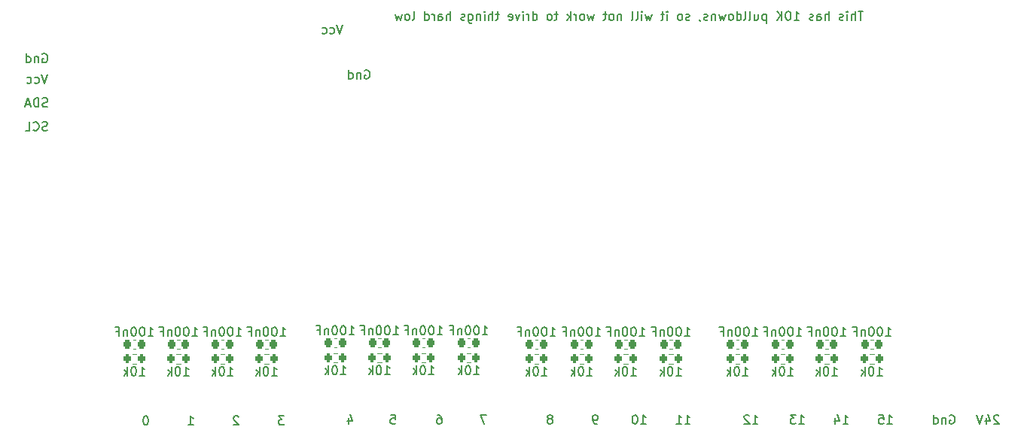
<source format=gbo>
%TF.GenerationSoftware,KiCad,Pcbnew,(6.0.0)*%
%TF.CreationDate,2022-10-09T23:28:55-04:00*%
%TF.ProjectId,i2c 24vout,69326320-3234-4766-9f75-742e6b696361,rev?*%
%TF.SameCoordinates,Original*%
%TF.FileFunction,Legend,Bot*%
%TF.FilePolarity,Positive*%
%FSLAX46Y46*%
G04 Gerber Fmt 4.6, Leading zero omitted, Abs format (unit mm)*
G04 Created by KiCad (PCBNEW (6.0.0)) date 2022-10-09 23:28:55*
%MOMM*%
%LPD*%
G01*
G04 APERTURE LIST*
G04 Aperture macros list*
%AMRoundRect*
0 Rectangle with rounded corners*
0 $1 Rounding radius*
0 $2 $3 $4 $5 $6 $7 $8 $9 X,Y pos of 4 corners*
0 Add a 4 corners polygon primitive as box body*
4,1,4,$2,$3,$4,$5,$6,$7,$8,$9,$2,$3,0*
0 Add four circle primitives for the rounded corners*
1,1,$1+$1,$2,$3*
1,1,$1+$1,$4,$5*
1,1,$1+$1,$6,$7*
1,1,$1+$1,$8,$9*
0 Add four rect primitives between the rounded corners*
20,1,$1+$1,$2,$3,$4,$5,0*
20,1,$1+$1,$4,$5,$6,$7,0*
20,1,$1+$1,$6,$7,$8,$9,0*
20,1,$1+$1,$8,$9,$2,$3,0*%
G04 Aperture macros list end*
%ADD10C,0.150000*%
%ADD11C,0.120000*%
%ADD12R,2.600000X2.600000*%
%ADD13C,2.600000*%
%ADD14C,3.200000*%
%ADD15R,1.700000X1.700000*%
%ADD16O,1.700000X1.700000*%
%ADD17RoundRect,0.200000X0.200000X0.275000X-0.200000X0.275000X-0.200000X-0.275000X0.200000X-0.275000X0*%
%ADD18RoundRect,0.225000X0.225000X0.250000X-0.225000X0.250000X-0.225000X-0.250000X0.225000X-0.250000X0*%
G04 APERTURE END LIST*
D10*
X168886476Y-129143380D02*
X169457904Y-129143380D01*
X169172190Y-129143380D02*
X169172190Y-128143380D01*
X169267428Y-128286238D01*
X169362666Y-128381476D01*
X169457904Y-128429095D01*
X167934095Y-129143380D02*
X168505523Y-129143380D01*
X168219809Y-129143380D02*
X168219809Y-128143380D01*
X168315047Y-128286238D01*
X168410285Y-128381476D01*
X168505523Y-128429095D01*
X113038285Y-129270380D02*
X113609714Y-129270380D01*
X113324000Y-129270380D02*
X113324000Y-128270380D01*
X113419238Y-128413238D01*
X113514476Y-128508476D01*
X113609714Y-128556095D01*
X198675857Y-128191000D02*
X198771095Y-128143380D01*
X198913952Y-128143380D01*
X199056809Y-128191000D01*
X199152047Y-128286238D01*
X199199666Y-128381476D01*
X199247285Y-128571952D01*
X199247285Y-128714809D01*
X199199666Y-128905285D01*
X199152047Y-129000523D01*
X199056809Y-129095761D01*
X198913952Y-129143380D01*
X198818714Y-129143380D01*
X198675857Y-129095761D01*
X198628238Y-129048142D01*
X198628238Y-128714809D01*
X198818714Y-128714809D01*
X198199666Y-128476714D02*
X198199666Y-129143380D01*
X198199666Y-128571952D02*
X198152047Y-128524333D01*
X198056809Y-128476714D01*
X197913952Y-128476714D01*
X197818714Y-128524333D01*
X197771095Y-128619571D01*
X197771095Y-129143380D01*
X196866333Y-129143380D02*
X196866333Y-128143380D01*
X196866333Y-129095761D02*
X196961571Y-129143380D01*
X197152047Y-129143380D01*
X197247285Y-129095761D01*
X197294904Y-129048142D01*
X197342523Y-128952904D01*
X197342523Y-128667190D01*
X197294904Y-128571952D01*
X197247285Y-128524333D01*
X197152047Y-128476714D01*
X196961571Y-128476714D01*
X196866333Y-128524333D01*
X181713476Y-129143380D02*
X182284904Y-129143380D01*
X181999190Y-129143380D02*
X181999190Y-128143380D01*
X182094428Y-128286238D01*
X182189666Y-128381476D01*
X182284904Y-128429095D01*
X181380142Y-128143380D02*
X180761095Y-128143380D01*
X181094428Y-128524333D01*
X180951571Y-128524333D01*
X180856333Y-128571952D01*
X180808714Y-128619571D01*
X180761095Y-128714809D01*
X180761095Y-128952904D01*
X180808714Y-129048142D01*
X180856333Y-129095761D01*
X180951571Y-129143380D01*
X181237285Y-129143380D01*
X181332523Y-129095761D01*
X181380142Y-129048142D01*
X130389476Y-84201380D02*
X130056142Y-85201380D01*
X129722809Y-84201380D01*
X128960904Y-85153761D02*
X129056142Y-85201380D01*
X129246619Y-85201380D01*
X129341857Y-85153761D01*
X129389476Y-85106142D01*
X129437095Y-85010904D01*
X129437095Y-84725190D01*
X129389476Y-84629952D01*
X129341857Y-84582333D01*
X129246619Y-84534714D01*
X129056142Y-84534714D01*
X128960904Y-84582333D01*
X128103761Y-85153761D02*
X128199000Y-85201380D01*
X128389476Y-85201380D01*
X128484714Y-85153761D01*
X128532333Y-85106142D01*
X128579952Y-85010904D01*
X128579952Y-84725190D01*
X128532333Y-84629952D01*
X128484714Y-84582333D01*
X128389476Y-84534714D01*
X128199000Y-84534714D01*
X128103761Y-84582333D01*
X188933333Y-82677380D02*
X188361904Y-82677380D01*
X188647619Y-83677380D02*
X188647619Y-82677380D01*
X188028571Y-83677380D02*
X188028571Y-82677380D01*
X187600000Y-83677380D02*
X187600000Y-83153571D01*
X187647619Y-83058333D01*
X187742857Y-83010714D01*
X187885714Y-83010714D01*
X187980952Y-83058333D01*
X188028571Y-83105952D01*
X187123809Y-83677380D02*
X187123809Y-83010714D01*
X187123809Y-82677380D02*
X187171428Y-82725000D01*
X187123809Y-82772619D01*
X187076190Y-82725000D01*
X187123809Y-82677380D01*
X187123809Y-82772619D01*
X186695238Y-83629761D02*
X186600000Y-83677380D01*
X186409523Y-83677380D01*
X186314285Y-83629761D01*
X186266666Y-83534523D01*
X186266666Y-83486904D01*
X186314285Y-83391666D01*
X186409523Y-83344047D01*
X186552380Y-83344047D01*
X186647619Y-83296428D01*
X186695238Y-83201190D01*
X186695238Y-83153571D01*
X186647619Y-83058333D01*
X186552380Y-83010714D01*
X186409523Y-83010714D01*
X186314285Y-83058333D01*
X185076190Y-83677380D02*
X185076190Y-82677380D01*
X184647619Y-83677380D02*
X184647619Y-83153571D01*
X184695238Y-83058333D01*
X184790476Y-83010714D01*
X184933333Y-83010714D01*
X185028571Y-83058333D01*
X185076190Y-83105952D01*
X183742857Y-83677380D02*
X183742857Y-83153571D01*
X183790476Y-83058333D01*
X183885714Y-83010714D01*
X184076190Y-83010714D01*
X184171428Y-83058333D01*
X183742857Y-83629761D02*
X183838095Y-83677380D01*
X184076190Y-83677380D01*
X184171428Y-83629761D01*
X184219047Y-83534523D01*
X184219047Y-83439285D01*
X184171428Y-83344047D01*
X184076190Y-83296428D01*
X183838095Y-83296428D01*
X183742857Y-83248809D01*
X183314285Y-83629761D02*
X183219047Y-83677380D01*
X183028571Y-83677380D01*
X182933333Y-83629761D01*
X182885714Y-83534523D01*
X182885714Y-83486904D01*
X182933333Y-83391666D01*
X183028571Y-83344047D01*
X183171428Y-83344047D01*
X183266666Y-83296428D01*
X183314285Y-83201190D01*
X183314285Y-83153571D01*
X183266666Y-83058333D01*
X183171428Y-83010714D01*
X183028571Y-83010714D01*
X182933333Y-83058333D01*
X181171428Y-83677380D02*
X181742857Y-83677380D01*
X181457142Y-83677380D02*
X181457142Y-82677380D01*
X181552380Y-82820238D01*
X181647619Y-82915476D01*
X181742857Y-82963095D01*
X180552380Y-82677380D02*
X180457142Y-82677380D01*
X180361904Y-82725000D01*
X180314285Y-82772619D01*
X180266666Y-82867857D01*
X180219047Y-83058333D01*
X180219047Y-83296428D01*
X180266666Y-83486904D01*
X180314285Y-83582142D01*
X180361904Y-83629761D01*
X180457142Y-83677380D01*
X180552380Y-83677380D01*
X180647619Y-83629761D01*
X180695238Y-83582142D01*
X180742857Y-83486904D01*
X180790476Y-83296428D01*
X180790476Y-83058333D01*
X180742857Y-82867857D01*
X180695238Y-82772619D01*
X180647619Y-82725000D01*
X180552380Y-82677380D01*
X179790476Y-83677380D02*
X179790476Y-82677380D01*
X179219047Y-83677380D02*
X179647619Y-83105952D01*
X179219047Y-82677380D02*
X179790476Y-83248809D01*
X178028571Y-83010714D02*
X178028571Y-84010714D01*
X178028571Y-83058333D02*
X177933333Y-83010714D01*
X177742857Y-83010714D01*
X177647619Y-83058333D01*
X177600000Y-83105952D01*
X177552380Y-83201190D01*
X177552380Y-83486904D01*
X177600000Y-83582142D01*
X177647619Y-83629761D01*
X177742857Y-83677380D01*
X177933333Y-83677380D01*
X178028571Y-83629761D01*
X176695238Y-83010714D02*
X176695238Y-83677380D01*
X177123809Y-83010714D02*
X177123809Y-83534523D01*
X177076190Y-83629761D01*
X176980952Y-83677380D01*
X176838095Y-83677380D01*
X176742857Y-83629761D01*
X176695238Y-83582142D01*
X176076190Y-83677380D02*
X176171428Y-83629761D01*
X176219047Y-83534523D01*
X176219047Y-82677380D01*
X175552380Y-83677380D02*
X175647619Y-83629761D01*
X175695238Y-83534523D01*
X175695238Y-82677380D01*
X174742857Y-83677380D02*
X174742857Y-82677380D01*
X174742857Y-83629761D02*
X174838095Y-83677380D01*
X175028571Y-83677380D01*
X175123809Y-83629761D01*
X175171428Y-83582142D01*
X175219047Y-83486904D01*
X175219047Y-83201190D01*
X175171428Y-83105952D01*
X175123809Y-83058333D01*
X175028571Y-83010714D01*
X174838095Y-83010714D01*
X174742857Y-83058333D01*
X174123809Y-83677380D02*
X174219047Y-83629761D01*
X174266666Y-83582142D01*
X174314285Y-83486904D01*
X174314285Y-83201190D01*
X174266666Y-83105952D01*
X174219047Y-83058333D01*
X174123809Y-83010714D01*
X173980952Y-83010714D01*
X173885714Y-83058333D01*
X173838095Y-83105952D01*
X173790476Y-83201190D01*
X173790476Y-83486904D01*
X173838095Y-83582142D01*
X173885714Y-83629761D01*
X173980952Y-83677380D01*
X174123809Y-83677380D01*
X173457142Y-83010714D02*
X173266666Y-83677380D01*
X173076190Y-83201190D01*
X172885714Y-83677380D01*
X172695238Y-83010714D01*
X172314285Y-83010714D02*
X172314285Y-83677380D01*
X172314285Y-83105952D02*
X172266666Y-83058333D01*
X172171428Y-83010714D01*
X172028571Y-83010714D01*
X171933333Y-83058333D01*
X171885714Y-83153571D01*
X171885714Y-83677380D01*
X171457142Y-83629761D02*
X171361904Y-83677380D01*
X171171428Y-83677380D01*
X171076190Y-83629761D01*
X171028571Y-83534523D01*
X171028571Y-83486904D01*
X171076190Y-83391666D01*
X171171428Y-83344047D01*
X171314285Y-83344047D01*
X171409523Y-83296428D01*
X171457142Y-83201190D01*
X171457142Y-83153571D01*
X171409523Y-83058333D01*
X171314285Y-83010714D01*
X171171428Y-83010714D01*
X171076190Y-83058333D01*
X170552380Y-83629761D02*
X170552380Y-83677380D01*
X170600000Y-83772619D01*
X170647619Y-83820238D01*
X169409523Y-83629761D02*
X169314285Y-83677380D01*
X169123809Y-83677380D01*
X169028571Y-83629761D01*
X168980952Y-83534523D01*
X168980952Y-83486904D01*
X169028571Y-83391666D01*
X169123809Y-83344047D01*
X169266666Y-83344047D01*
X169361904Y-83296428D01*
X169409523Y-83201190D01*
X169409523Y-83153571D01*
X169361904Y-83058333D01*
X169266666Y-83010714D01*
X169123809Y-83010714D01*
X169028571Y-83058333D01*
X168409523Y-83677380D02*
X168504761Y-83629761D01*
X168552380Y-83582142D01*
X168600000Y-83486904D01*
X168600000Y-83201190D01*
X168552380Y-83105952D01*
X168504761Y-83058333D01*
X168409523Y-83010714D01*
X168266666Y-83010714D01*
X168171428Y-83058333D01*
X168123809Y-83105952D01*
X168076190Y-83201190D01*
X168076190Y-83486904D01*
X168123809Y-83582142D01*
X168171428Y-83629761D01*
X168266666Y-83677380D01*
X168409523Y-83677380D01*
X166885714Y-83677380D02*
X166885714Y-83010714D01*
X166885714Y-82677380D02*
X166933333Y-82725000D01*
X166885714Y-82772619D01*
X166838095Y-82725000D01*
X166885714Y-82677380D01*
X166885714Y-82772619D01*
X166552380Y-83010714D02*
X166171428Y-83010714D01*
X166409523Y-82677380D02*
X166409523Y-83534523D01*
X166361904Y-83629761D01*
X166266666Y-83677380D01*
X166171428Y-83677380D01*
X165171428Y-83010714D02*
X164980952Y-83677380D01*
X164790476Y-83201190D01*
X164600000Y-83677380D01*
X164409523Y-83010714D01*
X164028571Y-83677380D02*
X164028571Y-83010714D01*
X164028571Y-82677380D02*
X164076190Y-82725000D01*
X164028571Y-82772619D01*
X163980952Y-82725000D01*
X164028571Y-82677380D01*
X164028571Y-82772619D01*
X163409523Y-83677380D02*
X163504761Y-83629761D01*
X163552380Y-83534523D01*
X163552380Y-82677380D01*
X162885714Y-83677380D02*
X162980952Y-83629761D01*
X163028571Y-83534523D01*
X163028571Y-82677380D01*
X161742857Y-83010714D02*
X161742857Y-83677380D01*
X161742857Y-83105952D02*
X161695238Y-83058333D01*
X161600000Y-83010714D01*
X161457142Y-83010714D01*
X161361904Y-83058333D01*
X161314285Y-83153571D01*
X161314285Y-83677380D01*
X160695238Y-83677380D02*
X160790476Y-83629761D01*
X160838095Y-83582142D01*
X160885714Y-83486904D01*
X160885714Y-83201190D01*
X160838095Y-83105952D01*
X160790476Y-83058333D01*
X160695238Y-83010714D01*
X160552380Y-83010714D01*
X160457142Y-83058333D01*
X160409523Y-83105952D01*
X160361904Y-83201190D01*
X160361904Y-83486904D01*
X160409523Y-83582142D01*
X160457142Y-83629761D01*
X160552380Y-83677380D01*
X160695238Y-83677380D01*
X160076190Y-83010714D02*
X159695238Y-83010714D01*
X159933333Y-82677380D02*
X159933333Y-83534523D01*
X159885714Y-83629761D01*
X159790476Y-83677380D01*
X159695238Y-83677380D01*
X158695238Y-83010714D02*
X158504761Y-83677380D01*
X158314285Y-83201190D01*
X158123809Y-83677380D01*
X157933333Y-83010714D01*
X157409523Y-83677380D02*
X157504761Y-83629761D01*
X157552380Y-83582142D01*
X157600000Y-83486904D01*
X157600000Y-83201190D01*
X157552380Y-83105952D01*
X157504761Y-83058333D01*
X157409523Y-83010714D01*
X157266666Y-83010714D01*
X157171428Y-83058333D01*
X157123809Y-83105952D01*
X157076190Y-83201190D01*
X157076190Y-83486904D01*
X157123809Y-83582142D01*
X157171428Y-83629761D01*
X157266666Y-83677380D01*
X157409523Y-83677380D01*
X156647619Y-83677380D02*
X156647619Y-83010714D01*
X156647619Y-83201190D02*
X156600000Y-83105952D01*
X156552380Y-83058333D01*
X156457142Y-83010714D01*
X156361904Y-83010714D01*
X156028571Y-83677380D02*
X156028571Y-82677380D01*
X155933333Y-83296428D02*
X155647619Y-83677380D01*
X155647619Y-83010714D02*
X156028571Y-83391666D01*
X154600000Y-83010714D02*
X154219047Y-83010714D01*
X154457142Y-82677380D02*
X154457142Y-83534523D01*
X154409523Y-83629761D01*
X154314285Y-83677380D01*
X154219047Y-83677380D01*
X153742857Y-83677380D02*
X153838095Y-83629761D01*
X153885714Y-83582142D01*
X153933333Y-83486904D01*
X153933333Y-83201190D01*
X153885714Y-83105952D01*
X153838095Y-83058333D01*
X153742857Y-83010714D01*
X153600000Y-83010714D01*
X153504761Y-83058333D01*
X153457142Y-83105952D01*
X153409523Y-83201190D01*
X153409523Y-83486904D01*
X153457142Y-83582142D01*
X153504761Y-83629761D01*
X153600000Y-83677380D01*
X153742857Y-83677380D01*
X151790476Y-83677380D02*
X151790476Y-82677380D01*
X151790476Y-83629761D02*
X151885714Y-83677380D01*
X152076190Y-83677380D01*
X152171428Y-83629761D01*
X152219047Y-83582142D01*
X152266666Y-83486904D01*
X152266666Y-83201190D01*
X152219047Y-83105952D01*
X152171428Y-83058333D01*
X152076190Y-83010714D01*
X151885714Y-83010714D01*
X151790476Y-83058333D01*
X151314285Y-83677380D02*
X151314285Y-83010714D01*
X151314285Y-83201190D02*
X151266666Y-83105952D01*
X151219047Y-83058333D01*
X151123809Y-83010714D01*
X151028571Y-83010714D01*
X150695238Y-83677380D02*
X150695238Y-83010714D01*
X150695238Y-82677380D02*
X150742857Y-82725000D01*
X150695238Y-82772619D01*
X150647619Y-82725000D01*
X150695238Y-82677380D01*
X150695238Y-82772619D01*
X150314285Y-83010714D02*
X150076190Y-83677380D01*
X149838095Y-83010714D01*
X149076190Y-83629761D02*
X149171428Y-83677380D01*
X149361904Y-83677380D01*
X149457142Y-83629761D01*
X149504761Y-83534523D01*
X149504761Y-83153571D01*
X149457142Y-83058333D01*
X149361904Y-83010714D01*
X149171428Y-83010714D01*
X149076190Y-83058333D01*
X149028571Y-83153571D01*
X149028571Y-83248809D01*
X149504761Y-83344047D01*
X147980952Y-83010714D02*
X147600000Y-83010714D01*
X147838095Y-82677380D02*
X147838095Y-83534523D01*
X147790476Y-83629761D01*
X147695238Y-83677380D01*
X147600000Y-83677380D01*
X147266666Y-83677380D02*
X147266666Y-82677380D01*
X146838095Y-83677380D02*
X146838095Y-83153571D01*
X146885714Y-83058333D01*
X146980952Y-83010714D01*
X147123809Y-83010714D01*
X147219047Y-83058333D01*
X147266666Y-83105952D01*
X146361904Y-83677380D02*
X146361904Y-83010714D01*
X146361904Y-82677380D02*
X146409523Y-82725000D01*
X146361904Y-82772619D01*
X146314285Y-82725000D01*
X146361904Y-82677380D01*
X146361904Y-82772619D01*
X145885714Y-83010714D02*
X145885714Y-83677380D01*
X145885714Y-83105952D02*
X145838095Y-83058333D01*
X145742857Y-83010714D01*
X145600000Y-83010714D01*
X145504761Y-83058333D01*
X145457142Y-83153571D01*
X145457142Y-83677380D01*
X144552380Y-83010714D02*
X144552380Y-83820238D01*
X144600000Y-83915476D01*
X144647619Y-83963095D01*
X144742857Y-84010714D01*
X144885714Y-84010714D01*
X144980952Y-83963095D01*
X144552380Y-83629761D02*
X144647619Y-83677380D01*
X144838095Y-83677380D01*
X144933333Y-83629761D01*
X144980952Y-83582142D01*
X145028571Y-83486904D01*
X145028571Y-83201190D01*
X144980952Y-83105952D01*
X144933333Y-83058333D01*
X144838095Y-83010714D01*
X144647619Y-83010714D01*
X144552380Y-83058333D01*
X144123809Y-83629761D02*
X144028571Y-83677380D01*
X143838095Y-83677380D01*
X143742857Y-83629761D01*
X143695238Y-83534523D01*
X143695238Y-83486904D01*
X143742857Y-83391666D01*
X143838095Y-83344047D01*
X143980952Y-83344047D01*
X144076190Y-83296428D01*
X144123809Y-83201190D01*
X144123809Y-83153571D01*
X144076190Y-83058333D01*
X143980952Y-83010714D01*
X143838095Y-83010714D01*
X143742857Y-83058333D01*
X142504761Y-83677380D02*
X142504761Y-82677380D01*
X142076190Y-83677380D02*
X142076190Y-83153571D01*
X142123809Y-83058333D01*
X142219047Y-83010714D01*
X142361904Y-83010714D01*
X142457142Y-83058333D01*
X142504761Y-83105952D01*
X141171428Y-83677380D02*
X141171428Y-83153571D01*
X141219047Y-83058333D01*
X141314285Y-83010714D01*
X141504761Y-83010714D01*
X141600000Y-83058333D01*
X141171428Y-83629761D02*
X141266666Y-83677380D01*
X141504761Y-83677380D01*
X141600000Y-83629761D01*
X141647619Y-83534523D01*
X141647619Y-83439285D01*
X141600000Y-83344047D01*
X141504761Y-83296428D01*
X141266666Y-83296428D01*
X141171428Y-83248809D01*
X140695238Y-83677380D02*
X140695238Y-83010714D01*
X140695238Y-83201190D02*
X140647619Y-83105952D01*
X140600000Y-83058333D01*
X140504761Y-83010714D01*
X140409523Y-83010714D01*
X139647619Y-83677380D02*
X139647619Y-82677380D01*
X139647619Y-83629761D02*
X139742857Y-83677380D01*
X139933333Y-83677380D01*
X140028571Y-83629761D01*
X140076190Y-83582142D01*
X140123809Y-83486904D01*
X140123809Y-83201190D01*
X140076190Y-83105952D01*
X140028571Y-83058333D01*
X139933333Y-83010714D01*
X139742857Y-83010714D01*
X139647619Y-83058333D01*
X138266666Y-83677380D02*
X138361904Y-83629761D01*
X138409523Y-83534523D01*
X138409523Y-82677380D01*
X137742857Y-83677380D02*
X137838095Y-83629761D01*
X137885714Y-83582142D01*
X137933333Y-83486904D01*
X137933333Y-83201190D01*
X137885714Y-83105952D01*
X137838095Y-83058333D01*
X137742857Y-83010714D01*
X137600000Y-83010714D01*
X137504761Y-83058333D01*
X137457142Y-83105952D01*
X137409523Y-83201190D01*
X137409523Y-83486904D01*
X137457142Y-83582142D01*
X137504761Y-83629761D01*
X137600000Y-83677380D01*
X137742857Y-83677380D01*
X137076190Y-83010714D02*
X136885714Y-83677380D01*
X136695238Y-83201190D01*
X136504761Y-83677380D01*
X136314285Y-83010714D01*
X108291619Y-128270380D02*
X108196380Y-128270380D01*
X108101142Y-128318000D01*
X108053523Y-128365619D01*
X108005904Y-128460857D01*
X107958285Y-128651333D01*
X107958285Y-128889428D01*
X108005904Y-129079904D01*
X108053523Y-129175142D01*
X108101142Y-129222761D01*
X108196380Y-129270380D01*
X108291619Y-129270380D01*
X108386857Y-129222761D01*
X108434476Y-129175142D01*
X108482095Y-129079904D01*
X108529714Y-128889428D01*
X108529714Y-128651333D01*
X108482095Y-128460857D01*
X108434476Y-128365619D01*
X108386857Y-128318000D01*
X108291619Y-128270380D01*
X141073523Y-128143380D02*
X141264000Y-128143380D01*
X141359238Y-128191000D01*
X141406857Y-128238619D01*
X141502095Y-128381476D01*
X141549714Y-128571952D01*
X141549714Y-128952904D01*
X141502095Y-129048142D01*
X141454476Y-129095761D01*
X141359238Y-129143380D01*
X141168761Y-129143380D01*
X141073523Y-129095761D01*
X141025904Y-129048142D01*
X140978285Y-128952904D01*
X140978285Y-128714809D01*
X141025904Y-128619571D01*
X141073523Y-128571952D01*
X141168761Y-128524333D01*
X141359238Y-128524333D01*
X141454476Y-128571952D01*
X141502095Y-128619571D01*
X141549714Y-128714809D01*
X96642857Y-87500000D02*
X96738095Y-87452380D01*
X96880952Y-87452380D01*
X97023809Y-87500000D01*
X97119047Y-87595238D01*
X97166666Y-87690476D01*
X97214285Y-87880952D01*
X97214285Y-88023809D01*
X97166666Y-88214285D01*
X97119047Y-88309523D01*
X97023809Y-88404761D01*
X96880952Y-88452380D01*
X96785714Y-88452380D01*
X96642857Y-88404761D01*
X96595238Y-88357142D01*
X96595238Y-88023809D01*
X96785714Y-88023809D01*
X96166666Y-87785714D02*
X96166666Y-88452380D01*
X96166666Y-87880952D02*
X96119047Y-87833333D01*
X96023809Y-87785714D01*
X95880952Y-87785714D01*
X95785714Y-87833333D01*
X95738095Y-87928571D01*
X95738095Y-88452380D01*
X94833333Y-88452380D02*
X94833333Y-87452380D01*
X94833333Y-88404761D02*
X94928571Y-88452380D01*
X95119047Y-88452380D01*
X95214285Y-88404761D01*
X95261904Y-88357142D01*
X95309523Y-88261904D01*
X95309523Y-87976190D01*
X95261904Y-87880952D01*
X95214285Y-87833333D01*
X95119047Y-87785714D01*
X94928571Y-87785714D01*
X94833333Y-87833333D01*
X97190476Y-96075761D02*
X97047619Y-96123380D01*
X96809523Y-96123380D01*
X96714285Y-96075761D01*
X96666666Y-96028142D01*
X96619047Y-95932904D01*
X96619047Y-95837666D01*
X96666666Y-95742428D01*
X96714285Y-95694809D01*
X96809523Y-95647190D01*
X97000000Y-95599571D01*
X97095238Y-95551952D01*
X97142857Y-95504333D01*
X97190476Y-95409095D01*
X97190476Y-95313857D01*
X97142857Y-95218619D01*
X97095238Y-95171000D01*
X97000000Y-95123380D01*
X96761904Y-95123380D01*
X96619047Y-95171000D01*
X95619047Y-96028142D02*
X95666666Y-96075761D01*
X95809523Y-96123380D01*
X95904761Y-96123380D01*
X96047619Y-96075761D01*
X96142857Y-95980523D01*
X96190476Y-95885285D01*
X96238095Y-95694809D01*
X96238095Y-95551952D01*
X96190476Y-95361476D01*
X96142857Y-95266238D01*
X96047619Y-95171000D01*
X95904761Y-95123380D01*
X95809523Y-95123380D01*
X95666666Y-95171000D01*
X95619047Y-95218619D01*
X94714285Y-96123380D02*
X95190476Y-96123380D01*
X95190476Y-95123380D01*
X132889857Y-89329000D02*
X132985095Y-89281380D01*
X133127952Y-89281380D01*
X133270809Y-89329000D01*
X133366047Y-89424238D01*
X133413666Y-89519476D01*
X133461285Y-89709952D01*
X133461285Y-89852809D01*
X133413666Y-90043285D01*
X133366047Y-90138523D01*
X133270809Y-90233761D01*
X133127952Y-90281380D01*
X133032714Y-90281380D01*
X132889857Y-90233761D01*
X132842238Y-90186142D01*
X132842238Y-89852809D01*
X133032714Y-89852809D01*
X132413666Y-89614714D02*
X132413666Y-90281380D01*
X132413666Y-89709952D02*
X132366047Y-89662333D01*
X132270809Y-89614714D01*
X132127952Y-89614714D01*
X132032714Y-89662333D01*
X131985095Y-89757571D01*
X131985095Y-90281380D01*
X131080333Y-90281380D02*
X131080333Y-89281380D01*
X131080333Y-90233761D02*
X131175571Y-90281380D01*
X131366047Y-90281380D01*
X131461285Y-90233761D01*
X131508904Y-90186142D01*
X131556523Y-90090904D01*
X131556523Y-89805190D01*
X131508904Y-89709952D01*
X131461285Y-89662333D01*
X131366047Y-89614714D01*
X131175571Y-89614714D01*
X131080333Y-89662333D01*
X186666476Y-129143380D02*
X187237904Y-129143380D01*
X186952190Y-129143380D02*
X186952190Y-128143380D01*
X187047428Y-128286238D01*
X187142666Y-128381476D01*
X187237904Y-128429095D01*
X185809333Y-128476714D02*
X185809333Y-129143380D01*
X186047428Y-128095761D02*
X186285523Y-128810047D01*
X185666476Y-128810047D01*
X158980476Y-129143380D02*
X158790000Y-129143380D01*
X158694761Y-129095761D01*
X158647142Y-129048142D01*
X158551904Y-128905285D01*
X158504285Y-128714809D01*
X158504285Y-128333857D01*
X158551904Y-128238619D01*
X158599523Y-128191000D01*
X158694761Y-128143380D01*
X158885238Y-128143380D01*
X158980476Y-128191000D01*
X159028095Y-128238619D01*
X159075714Y-128333857D01*
X159075714Y-128571952D01*
X159028095Y-128667190D01*
X158980476Y-128714809D01*
X158885238Y-128762428D01*
X158694761Y-128762428D01*
X158599523Y-128714809D01*
X158551904Y-128667190D01*
X158504285Y-128571952D01*
X176506476Y-129143380D02*
X177077904Y-129143380D01*
X176792190Y-129143380D02*
X176792190Y-128143380D01*
X176887428Y-128286238D01*
X176982666Y-128381476D01*
X177077904Y-128429095D01*
X176125523Y-128238619D02*
X176077904Y-128191000D01*
X175982666Y-128143380D01*
X175744571Y-128143380D01*
X175649333Y-128191000D01*
X175601714Y-128238619D01*
X175554095Y-128333857D01*
X175554095Y-128429095D01*
X175601714Y-128571952D01*
X176173142Y-129143380D01*
X175554095Y-129143380D01*
X204176476Y-128238619D02*
X204128857Y-128191000D01*
X204033619Y-128143380D01*
X203795523Y-128143380D01*
X203700285Y-128191000D01*
X203652666Y-128238619D01*
X203605047Y-128333857D01*
X203605047Y-128429095D01*
X203652666Y-128571952D01*
X204224095Y-129143380D01*
X203605047Y-129143380D01*
X202747904Y-128476714D02*
X202747904Y-129143380D01*
X202986000Y-128095761D02*
X203224095Y-128810047D01*
X202605047Y-128810047D01*
X202366952Y-128143380D02*
X202033619Y-129143380D01*
X201700285Y-128143380D01*
X163933476Y-129143380D02*
X164504904Y-129143380D01*
X164219190Y-129143380D02*
X164219190Y-128143380D01*
X164314428Y-128286238D01*
X164409666Y-128381476D01*
X164504904Y-128429095D01*
X163314428Y-128143380D02*
X163219190Y-128143380D01*
X163123952Y-128191000D01*
X163076333Y-128238619D01*
X163028714Y-128333857D01*
X162981095Y-128524333D01*
X162981095Y-128762428D01*
X163028714Y-128952904D01*
X163076333Y-129048142D01*
X163123952Y-129095761D01*
X163219190Y-129143380D01*
X163314428Y-129143380D01*
X163409666Y-129095761D01*
X163457285Y-129048142D01*
X163504904Y-128952904D01*
X163552523Y-128762428D01*
X163552523Y-128524333D01*
X163504904Y-128333857D01*
X163457285Y-128238619D01*
X163409666Y-128191000D01*
X163314428Y-128143380D01*
X135818904Y-128143380D02*
X136295095Y-128143380D01*
X136342714Y-128619571D01*
X136295095Y-128571952D01*
X136199857Y-128524333D01*
X135961761Y-128524333D01*
X135866523Y-128571952D01*
X135818904Y-128619571D01*
X135771285Y-128714809D01*
X135771285Y-128952904D01*
X135818904Y-129048142D01*
X135866523Y-129095761D01*
X135961761Y-129143380D01*
X136199857Y-129143380D01*
X136295095Y-129095761D01*
X136342714Y-129048142D01*
X153805238Y-128571952D02*
X153900476Y-128524333D01*
X153948095Y-128476714D01*
X153995714Y-128381476D01*
X153995714Y-128333857D01*
X153948095Y-128238619D01*
X153900476Y-128191000D01*
X153805238Y-128143380D01*
X153614761Y-128143380D01*
X153519523Y-128191000D01*
X153471904Y-128238619D01*
X153424285Y-128333857D01*
X153424285Y-128381476D01*
X153471904Y-128476714D01*
X153519523Y-128524333D01*
X153614761Y-128571952D01*
X153805238Y-128571952D01*
X153900476Y-128619571D01*
X153948095Y-128667190D01*
X153995714Y-128762428D01*
X153995714Y-128952904D01*
X153948095Y-129048142D01*
X153900476Y-129095761D01*
X153805238Y-129143380D01*
X153614761Y-129143380D01*
X153519523Y-129095761D01*
X153471904Y-129048142D01*
X153424285Y-128952904D01*
X153424285Y-128762428D01*
X153471904Y-128667190D01*
X153519523Y-128619571D01*
X153614761Y-128571952D01*
X118689714Y-128365619D02*
X118642095Y-128318000D01*
X118546857Y-128270380D01*
X118308761Y-128270380D01*
X118213523Y-128318000D01*
X118165904Y-128365619D01*
X118118285Y-128460857D01*
X118118285Y-128556095D01*
X118165904Y-128698952D01*
X118737333Y-129270380D01*
X118118285Y-129270380D01*
X146550333Y-128143380D02*
X145883666Y-128143380D01*
X146312238Y-129143380D01*
X123817333Y-128270380D02*
X123198285Y-128270380D01*
X123531619Y-128651333D01*
X123388761Y-128651333D01*
X123293523Y-128698952D01*
X123245904Y-128746571D01*
X123198285Y-128841809D01*
X123198285Y-129079904D01*
X123245904Y-129175142D01*
X123293523Y-129222761D01*
X123388761Y-129270380D01*
X123674476Y-129270380D01*
X123769714Y-129222761D01*
X123817333Y-129175142D01*
X191619476Y-129143380D02*
X192190904Y-129143380D01*
X191905190Y-129143380D02*
X191905190Y-128143380D01*
X192000428Y-128286238D01*
X192095666Y-128381476D01*
X192190904Y-128429095D01*
X190714714Y-128143380D02*
X191190904Y-128143380D01*
X191238523Y-128619571D01*
X191190904Y-128571952D01*
X191095666Y-128524333D01*
X190857571Y-128524333D01*
X190762333Y-128571952D01*
X190714714Y-128619571D01*
X190667095Y-128714809D01*
X190667095Y-128952904D01*
X190714714Y-129048142D01*
X190762333Y-129095761D01*
X190857571Y-129143380D01*
X191095666Y-129143380D01*
X191190904Y-129095761D01*
X191238523Y-129048142D01*
X97190476Y-89789380D02*
X96857142Y-90789380D01*
X96523809Y-89789380D01*
X95761904Y-90741761D02*
X95857142Y-90789380D01*
X96047619Y-90789380D01*
X96142857Y-90741761D01*
X96190476Y-90694142D01*
X96238095Y-90598904D01*
X96238095Y-90313190D01*
X96190476Y-90217952D01*
X96142857Y-90170333D01*
X96047619Y-90122714D01*
X95857142Y-90122714D01*
X95761904Y-90170333D01*
X94904761Y-90741761D02*
X95000000Y-90789380D01*
X95190476Y-90789380D01*
X95285714Y-90741761D01*
X95333333Y-90694142D01*
X95380952Y-90598904D01*
X95380952Y-90313190D01*
X95333333Y-90217952D01*
X95285714Y-90170333D01*
X95190476Y-90122714D01*
X95000000Y-90122714D01*
X94904761Y-90170333D01*
X131040523Y-128476714D02*
X131040523Y-129143380D01*
X131278619Y-128095761D02*
X131516714Y-128810047D01*
X130897666Y-128810047D01*
X97214285Y-93404761D02*
X97071428Y-93452380D01*
X96833333Y-93452380D01*
X96738095Y-93404761D01*
X96690476Y-93357142D01*
X96642857Y-93261904D01*
X96642857Y-93166666D01*
X96690476Y-93071428D01*
X96738095Y-93023809D01*
X96833333Y-92976190D01*
X97023809Y-92928571D01*
X97119047Y-92880952D01*
X97166666Y-92833333D01*
X97214285Y-92738095D01*
X97214285Y-92642857D01*
X97166666Y-92547619D01*
X97119047Y-92500000D01*
X97023809Y-92452380D01*
X96785714Y-92452380D01*
X96642857Y-92500000D01*
X96214285Y-93452380D02*
X96214285Y-92452380D01*
X95976190Y-92452380D01*
X95833333Y-92500000D01*
X95738095Y-92595238D01*
X95690476Y-92690476D01*
X95642857Y-92880952D01*
X95642857Y-93023809D01*
X95690476Y-93214285D01*
X95738095Y-93309523D01*
X95833333Y-93404761D01*
X95976190Y-93452380D01*
X96214285Y-93452380D01*
X95261904Y-93166666D02*
X94785714Y-93166666D01*
X95357142Y-93452380D02*
X95023809Y-92452380D01*
X94690476Y-93452380D01*
%TO.C,R21*%
X130175238Y-123588380D02*
X130746666Y-123588380D01*
X130460952Y-123588380D02*
X130460952Y-122588380D01*
X130556190Y-122731238D01*
X130651428Y-122826476D01*
X130746666Y-122874095D01*
X129556190Y-122588380D02*
X129460952Y-122588380D01*
X129365714Y-122636000D01*
X129318095Y-122683619D01*
X129270476Y-122778857D01*
X129222857Y-122969333D01*
X129222857Y-123207428D01*
X129270476Y-123397904D01*
X129318095Y-123493142D01*
X129365714Y-123540761D01*
X129460952Y-123588380D01*
X129556190Y-123588380D01*
X129651428Y-123540761D01*
X129699047Y-123493142D01*
X129746666Y-123397904D01*
X129794285Y-123207428D01*
X129794285Y-122969333D01*
X129746666Y-122778857D01*
X129699047Y-122683619D01*
X129651428Y-122636000D01*
X129556190Y-122588380D01*
X128794285Y-123588380D02*
X128794285Y-122588380D01*
X128699047Y-123207428D02*
X128413333Y-123588380D01*
X128413333Y-122921714D02*
X128794285Y-123302666D01*
%TO.C,C15*%
X186372619Y-119237380D02*
X186944047Y-119237380D01*
X186658333Y-119237380D02*
X186658333Y-118237380D01*
X186753571Y-118380238D01*
X186848809Y-118475476D01*
X186944047Y-118523095D01*
X185753571Y-118237380D02*
X185658333Y-118237380D01*
X185563095Y-118285000D01*
X185515476Y-118332619D01*
X185467857Y-118427857D01*
X185420238Y-118618333D01*
X185420238Y-118856428D01*
X185467857Y-119046904D01*
X185515476Y-119142142D01*
X185563095Y-119189761D01*
X185658333Y-119237380D01*
X185753571Y-119237380D01*
X185848809Y-119189761D01*
X185896428Y-119142142D01*
X185944047Y-119046904D01*
X185991666Y-118856428D01*
X185991666Y-118618333D01*
X185944047Y-118427857D01*
X185896428Y-118332619D01*
X185848809Y-118285000D01*
X185753571Y-118237380D01*
X184801190Y-118237380D02*
X184705952Y-118237380D01*
X184610714Y-118285000D01*
X184563095Y-118332619D01*
X184515476Y-118427857D01*
X184467857Y-118618333D01*
X184467857Y-118856428D01*
X184515476Y-119046904D01*
X184563095Y-119142142D01*
X184610714Y-119189761D01*
X184705952Y-119237380D01*
X184801190Y-119237380D01*
X184896428Y-119189761D01*
X184944047Y-119142142D01*
X184991666Y-119046904D01*
X185039285Y-118856428D01*
X185039285Y-118618333D01*
X184991666Y-118427857D01*
X184944047Y-118332619D01*
X184896428Y-118285000D01*
X184801190Y-118237380D01*
X184039285Y-118570714D02*
X184039285Y-119237380D01*
X184039285Y-118665952D02*
X183991666Y-118618333D01*
X183896428Y-118570714D01*
X183753571Y-118570714D01*
X183658333Y-118618333D01*
X183610714Y-118713571D01*
X183610714Y-119237380D01*
X182801190Y-118713571D02*
X183134523Y-118713571D01*
X183134523Y-119237380D02*
X183134523Y-118237380D01*
X182658333Y-118237380D01*
%TO.C,C12*%
X168846619Y-119237380D02*
X169418047Y-119237380D01*
X169132333Y-119237380D02*
X169132333Y-118237380D01*
X169227571Y-118380238D01*
X169322809Y-118475476D01*
X169418047Y-118523095D01*
X168227571Y-118237380D02*
X168132333Y-118237380D01*
X168037095Y-118285000D01*
X167989476Y-118332619D01*
X167941857Y-118427857D01*
X167894238Y-118618333D01*
X167894238Y-118856428D01*
X167941857Y-119046904D01*
X167989476Y-119142142D01*
X168037095Y-119189761D01*
X168132333Y-119237380D01*
X168227571Y-119237380D01*
X168322809Y-119189761D01*
X168370428Y-119142142D01*
X168418047Y-119046904D01*
X168465666Y-118856428D01*
X168465666Y-118618333D01*
X168418047Y-118427857D01*
X168370428Y-118332619D01*
X168322809Y-118285000D01*
X168227571Y-118237380D01*
X167275190Y-118237380D02*
X167179952Y-118237380D01*
X167084714Y-118285000D01*
X167037095Y-118332619D01*
X166989476Y-118427857D01*
X166941857Y-118618333D01*
X166941857Y-118856428D01*
X166989476Y-119046904D01*
X167037095Y-119142142D01*
X167084714Y-119189761D01*
X167179952Y-119237380D01*
X167275190Y-119237380D01*
X167370428Y-119189761D01*
X167418047Y-119142142D01*
X167465666Y-119046904D01*
X167513285Y-118856428D01*
X167513285Y-118618333D01*
X167465666Y-118427857D01*
X167418047Y-118332619D01*
X167370428Y-118285000D01*
X167275190Y-118237380D01*
X166513285Y-118570714D02*
X166513285Y-119237380D01*
X166513285Y-118665952D02*
X166465666Y-118618333D01*
X166370428Y-118570714D01*
X166227571Y-118570714D01*
X166132333Y-118618333D01*
X166084714Y-118713571D01*
X166084714Y-119237380D01*
X165275190Y-118713571D02*
X165608523Y-118713571D01*
X165608523Y-119237380D02*
X165608523Y-118237380D01*
X165132333Y-118237380D01*
%TO.C,R24*%
X145161238Y-123588380D02*
X145732666Y-123588380D01*
X145446952Y-123588380D02*
X145446952Y-122588380D01*
X145542190Y-122731238D01*
X145637428Y-122826476D01*
X145732666Y-122874095D01*
X144542190Y-122588380D02*
X144446952Y-122588380D01*
X144351714Y-122636000D01*
X144304095Y-122683619D01*
X144256476Y-122778857D01*
X144208857Y-122969333D01*
X144208857Y-123207428D01*
X144256476Y-123397904D01*
X144304095Y-123493142D01*
X144351714Y-123540761D01*
X144446952Y-123588380D01*
X144542190Y-123588380D01*
X144637428Y-123540761D01*
X144685047Y-123493142D01*
X144732666Y-123397904D01*
X144780285Y-123207428D01*
X144780285Y-122969333D01*
X144732666Y-122778857D01*
X144685047Y-122683619D01*
X144637428Y-122636000D01*
X144542190Y-122588380D01*
X143780285Y-123588380D02*
X143780285Y-122588380D01*
X143685047Y-123207428D02*
X143399333Y-123588380D01*
X143399333Y-122921714D02*
X143780285Y-123302666D01*
%TO.C,C1*%
X108521619Y-119237380D02*
X109093047Y-119237380D01*
X108807333Y-119237380D02*
X108807333Y-118237380D01*
X108902571Y-118380238D01*
X108997809Y-118475476D01*
X109093047Y-118523095D01*
X107902571Y-118237380D02*
X107807333Y-118237380D01*
X107712095Y-118285000D01*
X107664476Y-118332619D01*
X107616857Y-118427857D01*
X107569238Y-118618333D01*
X107569238Y-118856428D01*
X107616857Y-119046904D01*
X107664476Y-119142142D01*
X107712095Y-119189761D01*
X107807333Y-119237380D01*
X107902571Y-119237380D01*
X107997809Y-119189761D01*
X108045428Y-119142142D01*
X108093047Y-119046904D01*
X108140666Y-118856428D01*
X108140666Y-118618333D01*
X108093047Y-118427857D01*
X108045428Y-118332619D01*
X107997809Y-118285000D01*
X107902571Y-118237380D01*
X106950190Y-118237380D02*
X106854952Y-118237380D01*
X106759714Y-118285000D01*
X106712095Y-118332619D01*
X106664476Y-118427857D01*
X106616857Y-118618333D01*
X106616857Y-118856428D01*
X106664476Y-119046904D01*
X106712095Y-119142142D01*
X106759714Y-119189761D01*
X106854952Y-119237380D01*
X106950190Y-119237380D01*
X107045428Y-119189761D01*
X107093047Y-119142142D01*
X107140666Y-119046904D01*
X107188285Y-118856428D01*
X107188285Y-118618333D01*
X107140666Y-118427857D01*
X107093047Y-118332619D01*
X107045428Y-118285000D01*
X106950190Y-118237380D01*
X106188285Y-118570714D02*
X106188285Y-119237380D01*
X106188285Y-118665952D02*
X106140666Y-118618333D01*
X106045428Y-118570714D01*
X105902571Y-118570714D01*
X105807333Y-118618333D01*
X105759714Y-118713571D01*
X105759714Y-119237380D01*
X104950190Y-118713571D02*
X105283523Y-118713571D01*
X105283523Y-119237380D02*
X105283523Y-118237380D01*
X104807333Y-118237380D01*
%TO.C,C14*%
X181419619Y-119237380D02*
X181991047Y-119237380D01*
X181705333Y-119237380D02*
X181705333Y-118237380D01*
X181800571Y-118380238D01*
X181895809Y-118475476D01*
X181991047Y-118523095D01*
X180800571Y-118237380D02*
X180705333Y-118237380D01*
X180610095Y-118285000D01*
X180562476Y-118332619D01*
X180514857Y-118427857D01*
X180467238Y-118618333D01*
X180467238Y-118856428D01*
X180514857Y-119046904D01*
X180562476Y-119142142D01*
X180610095Y-119189761D01*
X180705333Y-119237380D01*
X180800571Y-119237380D01*
X180895809Y-119189761D01*
X180943428Y-119142142D01*
X180991047Y-119046904D01*
X181038666Y-118856428D01*
X181038666Y-118618333D01*
X180991047Y-118427857D01*
X180943428Y-118332619D01*
X180895809Y-118285000D01*
X180800571Y-118237380D01*
X179848190Y-118237380D02*
X179752952Y-118237380D01*
X179657714Y-118285000D01*
X179610095Y-118332619D01*
X179562476Y-118427857D01*
X179514857Y-118618333D01*
X179514857Y-118856428D01*
X179562476Y-119046904D01*
X179610095Y-119142142D01*
X179657714Y-119189761D01*
X179752952Y-119237380D01*
X179848190Y-119237380D01*
X179943428Y-119189761D01*
X179991047Y-119142142D01*
X180038666Y-119046904D01*
X180086285Y-118856428D01*
X180086285Y-118618333D01*
X180038666Y-118427857D01*
X179991047Y-118332619D01*
X179943428Y-118285000D01*
X179848190Y-118237380D01*
X179086285Y-118570714D02*
X179086285Y-119237380D01*
X179086285Y-118665952D02*
X179038666Y-118618333D01*
X178943428Y-118570714D01*
X178800571Y-118570714D01*
X178705333Y-118618333D01*
X178657714Y-118713571D01*
X178657714Y-119237380D01*
X177848190Y-118713571D02*
X178181523Y-118713571D01*
X178181523Y-119237380D02*
X178181523Y-118237380D01*
X177705333Y-118237380D01*
%TO.C,R18*%
X112522238Y-123715380D02*
X113093666Y-123715380D01*
X112807952Y-123715380D02*
X112807952Y-122715380D01*
X112903190Y-122858238D01*
X112998428Y-122953476D01*
X113093666Y-123001095D01*
X111903190Y-122715380D02*
X111807952Y-122715380D01*
X111712714Y-122763000D01*
X111665095Y-122810619D01*
X111617476Y-122905857D01*
X111569857Y-123096333D01*
X111569857Y-123334428D01*
X111617476Y-123524904D01*
X111665095Y-123620142D01*
X111712714Y-123667761D01*
X111807952Y-123715380D01*
X111903190Y-123715380D01*
X111998428Y-123667761D01*
X112046047Y-123620142D01*
X112093666Y-123524904D01*
X112141285Y-123334428D01*
X112141285Y-123096333D01*
X112093666Y-122905857D01*
X112046047Y-122810619D01*
X111998428Y-122763000D01*
X111903190Y-122715380D01*
X111141285Y-123715380D02*
X111141285Y-122715380D01*
X111046047Y-123334428D02*
X110760333Y-123715380D01*
X110760333Y-123048714D02*
X111141285Y-123429666D01*
%TO.C,R32*%
X190500238Y-123715380D02*
X191071666Y-123715380D01*
X190785952Y-123715380D02*
X190785952Y-122715380D01*
X190881190Y-122858238D01*
X190976428Y-122953476D01*
X191071666Y-123001095D01*
X189881190Y-122715380D02*
X189785952Y-122715380D01*
X189690714Y-122763000D01*
X189643095Y-122810619D01*
X189595476Y-122905857D01*
X189547857Y-123096333D01*
X189547857Y-123334428D01*
X189595476Y-123524904D01*
X189643095Y-123620142D01*
X189690714Y-123667761D01*
X189785952Y-123715380D01*
X189881190Y-123715380D01*
X189976428Y-123667761D01*
X190024047Y-123620142D01*
X190071666Y-123524904D01*
X190119285Y-123334428D01*
X190119285Y-123096333D01*
X190071666Y-122905857D01*
X190024047Y-122810619D01*
X189976428Y-122763000D01*
X189881190Y-122715380D01*
X189119285Y-123715380D02*
X189119285Y-122715380D01*
X189024047Y-123334428D02*
X188738333Y-123715380D01*
X188738333Y-123048714D02*
X189119285Y-123429666D01*
%TO.C,C10*%
X158813619Y-119237380D02*
X159385047Y-119237380D01*
X159099333Y-119237380D02*
X159099333Y-118237380D01*
X159194571Y-118380238D01*
X159289809Y-118475476D01*
X159385047Y-118523095D01*
X158194571Y-118237380D02*
X158099333Y-118237380D01*
X158004095Y-118285000D01*
X157956476Y-118332619D01*
X157908857Y-118427857D01*
X157861238Y-118618333D01*
X157861238Y-118856428D01*
X157908857Y-119046904D01*
X157956476Y-119142142D01*
X158004095Y-119189761D01*
X158099333Y-119237380D01*
X158194571Y-119237380D01*
X158289809Y-119189761D01*
X158337428Y-119142142D01*
X158385047Y-119046904D01*
X158432666Y-118856428D01*
X158432666Y-118618333D01*
X158385047Y-118427857D01*
X158337428Y-118332619D01*
X158289809Y-118285000D01*
X158194571Y-118237380D01*
X157242190Y-118237380D02*
X157146952Y-118237380D01*
X157051714Y-118285000D01*
X157004095Y-118332619D01*
X156956476Y-118427857D01*
X156908857Y-118618333D01*
X156908857Y-118856428D01*
X156956476Y-119046904D01*
X157004095Y-119142142D01*
X157051714Y-119189761D01*
X157146952Y-119237380D01*
X157242190Y-119237380D01*
X157337428Y-119189761D01*
X157385047Y-119142142D01*
X157432666Y-119046904D01*
X157480285Y-118856428D01*
X157480285Y-118618333D01*
X157432666Y-118427857D01*
X157385047Y-118332619D01*
X157337428Y-118285000D01*
X157242190Y-118237380D01*
X156480285Y-118570714D02*
X156480285Y-119237380D01*
X156480285Y-118665952D02*
X156432666Y-118618333D01*
X156337428Y-118570714D01*
X156194571Y-118570714D01*
X156099333Y-118618333D01*
X156051714Y-118713571D01*
X156051714Y-119237380D01*
X155242190Y-118713571D02*
X155575523Y-118713571D01*
X155575523Y-119237380D02*
X155575523Y-118237380D01*
X155099333Y-118237380D01*
%TO.C,C11*%
X163766619Y-119237380D02*
X164338047Y-119237380D01*
X164052333Y-119237380D02*
X164052333Y-118237380D01*
X164147571Y-118380238D01*
X164242809Y-118475476D01*
X164338047Y-118523095D01*
X163147571Y-118237380D02*
X163052333Y-118237380D01*
X162957095Y-118285000D01*
X162909476Y-118332619D01*
X162861857Y-118427857D01*
X162814238Y-118618333D01*
X162814238Y-118856428D01*
X162861857Y-119046904D01*
X162909476Y-119142142D01*
X162957095Y-119189761D01*
X163052333Y-119237380D01*
X163147571Y-119237380D01*
X163242809Y-119189761D01*
X163290428Y-119142142D01*
X163338047Y-119046904D01*
X163385666Y-118856428D01*
X163385666Y-118618333D01*
X163338047Y-118427857D01*
X163290428Y-118332619D01*
X163242809Y-118285000D01*
X163147571Y-118237380D01*
X162195190Y-118237380D02*
X162099952Y-118237380D01*
X162004714Y-118285000D01*
X161957095Y-118332619D01*
X161909476Y-118427857D01*
X161861857Y-118618333D01*
X161861857Y-118856428D01*
X161909476Y-119046904D01*
X161957095Y-119142142D01*
X162004714Y-119189761D01*
X162099952Y-119237380D01*
X162195190Y-119237380D01*
X162290428Y-119189761D01*
X162338047Y-119142142D01*
X162385666Y-119046904D01*
X162433285Y-118856428D01*
X162433285Y-118618333D01*
X162385666Y-118427857D01*
X162338047Y-118332619D01*
X162290428Y-118285000D01*
X162195190Y-118237380D01*
X161433285Y-118570714D02*
X161433285Y-119237380D01*
X161433285Y-118665952D02*
X161385666Y-118618333D01*
X161290428Y-118570714D01*
X161147571Y-118570714D01*
X161052333Y-118618333D01*
X161004714Y-118713571D01*
X161004714Y-119237380D01*
X160195190Y-118713571D02*
X160528523Y-118713571D01*
X160528523Y-119237380D02*
X160528523Y-118237380D01*
X160052333Y-118237380D01*
%TO.C,R27*%
X162814238Y-123715380D02*
X163385666Y-123715380D01*
X163099952Y-123715380D02*
X163099952Y-122715380D01*
X163195190Y-122858238D01*
X163290428Y-122953476D01*
X163385666Y-123001095D01*
X162195190Y-122715380D02*
X162099952Y-122715380D01*
X162004714Y-122763000D01*
X161957095Y-122810619D01*
X161909476Y-122905857D01*
X161861857Y-123096333D01*
X161861857Y-123334428D01*
X161909476Y-123524904D01*
X161957095Y-123620142D01*
X162004714Y-123667761D01*
X162099952Y-123715380D01*
X162195190Y-123715380D01*
X162290428Y-123667761D01*
X162338047Y-123620142D01*
X162385666Y-123524904D01*
X162433285Y-123334428D01*
X162433285Y-123096333D01*
X162385666Y-122905857D01*
X162338047Y-122810619D01*
X162290428Y-122763000D01*
X162195190Y-122715380D01*
X161433285Y-123715380D02*
X161433285Y-122715380D01*
X161338047Y-123334428D02*
X161052333Y-123715380D01*
X161052333Y-123048714D02*
X161433285Y-123429666D01*
%TO.C,C8*%
X146113619Y-119110380D02*
X146685047Y-119110380D01*
X146399333Y-119110380D02*
X146399333Y-118110380D01*
X146494571Y-118253238D01*
X146589809Y-118348476D01*
X146685047Y-118396095D01*
X145494571Y-118110380D02*
X145399333Y-118110380D01*
X145304095Y-118158000D01*
X145256476Y-118205619D01*
X145208857Y-118300857D01*
X145161238Y-118491333D01*
X145161238Y-118729428D01*
X145208857Y-118919904D01*
X145256476Y-119015142D01*
X145304095Y-119062761D01*
X145399333Y-119110380D01*
X145494571Y-119110380D01*
X145589809Y-119062761D01*
X145637428Y-119015142D01*
X145685047Y-118919904D01*
X145732666Y-118729428D01*
X145732666Y-118491333D01*
X145685047Y-118300857D01*
X145637428Y-118205619D01*
X145589809Y-118158000D01*
X145494571Y-118110380D01*
X144542190Y-118110380D02*
X144446952Y-118110380D01*
X144351714Y-118158000D01*
X144304095Y-118205619D01*
X144256476Y-118300857D01*
X144208857Y-118491333D01*
X144208857Y-118729428D01*
X144256476Y-118919904D01*
X144304095Y-119015142D01*
X144351714Y-119062761D01*
X144446952Y-119110380D01*
X144542190Y-119110380D01*
X144637428Y-119062761D01*
X144685047Y-119015142D01*
X144732666Y-118919904D01*
X144780285Y-118729428D01*
X144780285Y-118491333D01*
X144732666Y-118300857D01*
X144685047Y-118205619D01*
X144637428Y-118158000D01*
X144542190Y-118110380D01*
X143780285Y-118443714D02*
X143780285Y-119110380D01*
X143780285Y-118538952D02*
X143732666Y-118491333D01*
X143637428Y-118443714D01*
X143494571Y-118443714D01*
X143399333Y-118491333D01*
X143351714Y-118586571D01*
X143351714Y-119110380D01*
X142542190Y-118586571D02*
X142875523Y-118586571D01*
X142875523Y-119110380D02*
X142875523Y-118110380D01*
X142399333Y-118110380D01*
%TO.C,C7*%
X141033619Y-119110380D02*
X141605047Y-119110380D01*
X141319333Y-119110380D02*
X141319333Y-118110380D01*
X141414571Y-118253238D01*
X141509809Y-118348476D01*
X141605047Y-118396095D01*
X140414571Y-118110380D02*
X140319333Y-118110380D01*
X140224095Y-118158000D01*
X140176476Y-118205619D01*
X140128857Y-118300857D01*
X140081238Y-118491333D01*
X140081238Y-118729428D01*
X140128857Y-118919904D01*
X140176476Y-119015142D01*
X140224095Y-119062761D01*
X140319333Y-119110380D01*
X140414571Y-119110380D01*
X140509809Y-119062761D01*
X140557428Y-119015142D01*
X140605047Y-118919904D01*
X140652666Y-118729428D01*
X140652666Y-118491333D01*
X140605047Y-118300857D01*
X140557428Y-118205619D01*
X140509809Y-118158000D01*
X140414571Y-118110380D01*
X139462190Y-118110380D02*
X139366952Y-118110380D01*
X139271714Y-118158000D01*
X139224095Y-118205619D01*
X139176476Y-118300857D01*
X139128857Y-118491333D01*
X139128857Y-118729428D01*
X139176476Y-118919904D01*
X139224095Y-119015142D01*
X139271714Y-119062761D01*
X139366952Y-119110380D01*
X139462190Y-119110380D01*
X139557428Y-119062761D01*
X139605047Y-119015142D01*
X139652666Y-118919904D01*
X139700285Y-118729428D01*
X139700285Y-118491333D01*
X139652666Y-118300857D01*
X139605047Y-118205619D01*
X139557428Y-118158000D01*
X139462190Y-118110380D01*
X138700285Y-118443714D02*
X138700285Y-119110380D01*
X138700285Y-118538952D02*
X138652666Y-118491333D01*
X138557428Y-118443714D01*
X138414571Y-118443714D01*
X138319333Y-118491333D01*
X138271714Y-118586571D01*
X138271714Y-119110380D01*
X137462190Y-118586571D02*
X137795523Y-118586571D01*
X137795523Y-119110380D02*
X137795523Y-118110380D01*
X137319333Y-118110380D01*
%TO.C,R29*%
X175387238Y-123715380D02*
X175958666Y-123715380D01*
X175672952Y-123715380D02*
X175672952Y-122715380D01*
X175768190Y-122858238D01*
X175863428Y-122953476D01*
X175958666Y-123001095D01*
X174768190Y-122715380D02*
X174672952Y-122715380D01*
X174577714Y-122763000D01*
X174530095Y-122810619D01*
X174482476Y-122905857D01*
X174434857Y-123096333D01*
X174434857Y-123334428D01*
X174482476Y-123524904D01*
X174530095Y-123620142D01*
X174577714Y-123667761D01*
X174672952Y-123715380D01*
X174768190Y-123715380D01*
X174863428Y-123667761D01*
X174911047Y-123620142D01*
X174958666Y-123524904D01*
X175006285Y-123334428D01*
X175006285Y-123096333D01*
X174958666Y-122905857D01*
X174911047Y-122810619D01*
X174863428Y-122763000D01*
X174768190Y-122715380D01*
X174006285Y-123715380D02*
X174006285Y-122715380D01*
X173911047Y-123334428D02*
X173625333Y-123715380D01*
X173625333Y-123048714D02*
X174006285Y-123429666D01*
%TO.C,R19*%
X117475238Y-123715380D02*
X118046666Y-123715380D01*
X117760952Y-123715380D02*
X117760952Y-122715380D01*
X117856190Y-122858238D01*
X117951428Y-122953476D01*
X118046666Y-123001095D01*
X116856190Y-122715380D02*
X116760952Y-122715380D01*
X116665714Y-122763000D01*
X116618095Y-122810619D01*
X116570476Y-122905857D01*
X116522857Y-123096333D01*
X116522857Y-123334428D01*
X116570476Y-123524904D01*
X116618095Y-123620142D01*
X116665714Y-123667761D01*
X116760952Y-123715380D01*
X116856190Y-123715380D01*
X116951428Y-123667761D01*
X116999047Y-123620142D01*
X117046666Y-123524904D01*
X117094285Y-123334428D01*
X117094285Y-123096333D01*
X117046666Y-122905857D01*
X116999047Y-122810619D01*
X116951428Y-122763000D01*
X116856190Y-122715380D01*
X116094285Y-123715380D02*
X116094285Y-122715380D01*
X115999047Y-123334428D02*
X115713333Y-123715380D01*
X115713333Y-123048714D02*
X116094285Y-123429666D01*
%TO.C,R25*%
X152781238Y-123715380D02*
X153352666Y-123715380D01*
X153066952Y-123715380D02*
X153066952Y-122715380D01*
X153162190Y-122858238D01*
X153257428Y-122953476D01*
X153352666Y-123001095D01*
X152162190Y-122715380D02*
X152066952Y-122715380D01*
X151971714Y-122763000D01*
X151924095Y-122810619D01*
X151876476Y-122905857D01*
X151828857Y-123096333D01*
X151828857Y-123334428D01*
X151876476Y-123524904D01*
X151924095Y-123620142D01*
X151971714Y-123667761D01*
X152066952Y-123715380D01*
X152162190Y-123715380D01*
X152257428Y-123667761D01*
X152305047Y-123620142D01*
X152352666Y-123524904D01*
X152400285Y-123334428D01*
X152400285Y-123096333D01*
X152352666Y-122905857D01*
X152305047Y-122810619D01*
X152257428Y-122763000D01*
X152162190Y-122715380D01*
X151400285Y-123715380D02*
X151400285Y-122715380D01*
X151305047Y-123334428D02*
X151019333Y-123715380D01*
X151019333Y-123048714D02*
X151400285Y-123429666D01*
%TO.C,C16*%
X191465619Y-119237380D02*
X192037047Y-119237380D01*
X191751333Y-119237380D02*
X191751333Y-118237380D01*
X191846571Y-118380238D01*
X191941809Y-118475476D01*
X192037047Y-118523095D01*
X190846571Y-118237380D02*
X190751333Y-118237380D01*
X190656095Y-118285000D01*
X190608476Y-118332619D01*
X190560857Y-118427857D01*
X190513238Y-118618333D01*
X190513238Y-118856428D01*
X190560857Y-119046904D01*
X190608476Y-119142142D01*
X190656095Y-119189761D01*
X190751333Y-119237380D01*
X190846571Y-119237380D01*
X190941809Y-119189761D01*
X190989428Y-119142142D01*
X191037047Y-119046904D01*
X191084666Y-118856428D01*
X191084666Y-118618333D01*
X191037047Y-118427857D01*
X190989428Y-118332619D01*
X190941809Y-118285000D01*
X190846571Y-118237380D01*
X189894190Y-118237380D02*
X189798952Y-118237380D01*
X189703714Y-118285000D01*
X189656095Y-118332619D01*
X189608476Y-118427857D01*
X189560857Y-118618333D01*
X189560857Y-118856428D01*
X189608476Y-119046904D01*
X189656095Y-119142142D01*
X189703714Y-119189761D01*
X189798952Y-119237380D01*
X189894190Y-119237380D01*
X189989428Y-119189761D01*
X190037047Y-119142142D01*
X190084666Y-119046904D01*
X190132285Y-118856428D01*
X190132285Y-118618333D01*
X190084666Y-118427857D01*
X190037047Y-118332619D01*
X189989428Y-118285000D01*
X189894190Y-118237380D01*
X189132285Y-118570714D02*
X189132285Y-119237380D01*
X189132285Y-118665952D02*
X189084666Y-118618333D01*
X188989428Y-118570714D01*
X188846571Y-118570714D01*
X188751333Y-118618333D01*
X188703714Y-118713571D01*
X188703714Y-119237380D01*
X187894190Y-118713571D02*
X188227523Y-118713571D01*
X188227523Y-119237380D02*
X188227523Y-118237380D01*
X187751333Y-118237380D01*
%TO.C,R20*%
X122428238Y-123715380D02*
X122999666Y-123715380D01*
X122713952Y-123715380D02*
X122713952Y-122715380D01*
X122809190Y-122858238D01*
X122904428Y-122953476D01*
X122999666Y-123001095D01*
X121809190Y-122715380D02*
X121713952Y-122715380D01*
X121618714Y-122763000D01*
X121571095Y-122810619D01*
X121523476Y-122905857D01*
X121475857Y-123096333D01*
X121475857Y-123334428D01*
X121523476Y-123524904D01*
X121571095Y-123620142D01*
X121618714Y-123667761D01*
X121713952Y-123715380D01*
X121809190Y-123715380D01*
X121904428Y-123667761D01*
X121952047Y-123620142D01*
X121999666Y-123524904D01*
X122047285Y-123334428D01*
X122047285Y-123096333D01*
X121999666Y-122905857D01*
X121952047Y-122810619D01*
X121904428Y-122763000D01*
X121809190Y-122715380D01*
X121047285Y-123715380D02*
X121047285Y-122715380D01*
X120952047Y-123334428D02*
X120666333Y-123715380D01*
X120666333Y-123048714D02*
X121047285Y-123429666D01*
%TO.C,C6*%
X136080619Y-119110380D02*
X136652047Y-119110380D01*
X136366333Y-119110380D02*
X136366333Y-118110380D01*
X136461571Y-118253238D01*
X136556809Y-118348476D01*
X136652047Y-118396095D01*
X135461571Y-118110380D02*
X135366333Y-118110380D01*
X135271095Y-118158000D01*
X135223476Y-118205619D01*
X135175857Y-118300857D01*
X135128238Y-118491333D01*
X135128238Y-118729428D01*
X135175857Y-118919904D01*
X135223476Y-119015142D01*
X135271095Y-119062761D01*
X135366333Y-119110380D01*
X135461571Y-119110380D01*
X135556809Y-119062761D01*
X135604428Y-119015142D01*
X135652047Y-118919904D01*
X135699666Y-118729428D01*
X135699666Y-118491333D01*
X135652047Y-118300857D01*
X135604428Y-118205619D01*
X135556809Y-118158000D01*
X135461571Y-118110380D01*
X134509190Y-118110380D02*
X134413952Y-118110380D01*
X134318714Y-118158000D01*
X134271095Y-118205619D01*
X134223476Y-118300857D01*
X134175857Y-118491333D01*
X134175857Y-118729428D01*
X134223476Y-118919904D01*
X134271095Y-119015142D01*
X134318714Y-119062761D01*
X134413952Y-119110380D01*
X134509190Y-119110380D01*
X134604428Y-119062761D01*
X134652047Y-119015142D01*
X134699666Y-118919904D01*
X134747285Y-118729428D01*
X134747285Y-118491333D01*
X134699666Y-118300857D01*
X134652047Y-118205619D01*
X134604428Y-118158000D01*
X134509190Y-118110380D01*
X133747285Y-118443714D02*
X133747285Y-119110380D01*
X133747285Y-118538952D02*
X133699666Y-118491333D01*
X133604428Y-118443714D01*
X133461571Y-118443714D01*
X133366333Y-118491333D01*
X133318714Y-118586571D01*
X133318714Y-119110380D01*
X132509190Y-118586571D02*
X132842523Y-118586571D01*
X132842523Y-119110380D02*
X132842523Y-118110380D01*
X132366333Y-118110380D01*
%TO.C,R23*%
X140081238Y-123588380D02*
X140652666Y-123588380D01*
X140366952Y-123588380D02*
X140366952Y-122588380D01*
X140462190Y-122731238D01*
X140557428Y-122826476D01*
X140652666Y-122874095D01*
X139462190Y-122588380D02*
X139366952Y-122588380D01*
X139271714Y-122636000D01*
X139224095Y-122683619D01*
X139176476Y-122778857D01*
X139128857Y-122969333D01*
X139128857Y-123207428D01*
X139176476Y-123397904D01*
X139224095Y-123493142D01*
X139271714Y-123540761D01*
X139366952Y-123588380D01*
X139462190Y-123588380D01*
X139557428Y-123540761D01*
X139605047Y-123493142D01*
X139652666Y-123397904D01*
X139700285Y-123207428D01*
X139700285Y-122969333D01*
X139652666Y-122778857D01*
X139605047Y-122683619D01*
X139557428Y-122636000D01*
X139462190Y-122588380D01*
X138700285Y-123588380D02*
X138700285Y-122588380D01*
X138605047Y-123207428D02*
X138319333Y-123588380D01*
X138319333Y-122921714D02*
X138700285Y-123302666D01*
%TO.C,C2*%
X113474619Y-119237380D02*
X114046047Y-119237380D01*
X113760333Y-119237380D02*
X113760333Y-118237380D01*
X113855571Y-118380238D01*
X113950809Y-118475476D01*
X114046047Y-118523095D01*
X112855571Y-118237380D02*
X112760333Y-118237380D01*
X112665095Y-118285000D01*
X112617476Y-118332619D01*
X112569857Y-118427857D01*
X112522238Y-118618333D01*
X112522238Y-118856428D01*
X112569857Y-119046904D01*
X112617476Y-119142142D01*
X112665095Y-119189761D01*
X112760333Y-119237380D01*
X112855571Y-119237380D01*
X112950809Y-119189761D01*
X112998428Y-119142142D01*
X113046047Y-119046904D01*
X113093666Y-118856428D01*
X113093666Y-118618333D01*
X113046047Y-118427857D01*
X112998428Y-118332619D01*
X112950809Y-118285000D01*
X112855571Y-118237380D01*
X111903190Y-118237380D02*
X111807952Y-118237380D01*
X111712714Y-118285000D01*
X111665095Y-118332619D01*
X111617476Y-118427857D01*
X111569857Y-118618333D01*
X111569857Y-118856428D01*
X111617476Y-119046904D01*
X111665095Y-119142142D01*
X111712714Y-119189761D01*
X111807952Y-119237380D01*
X111903190Y-119237380D01*
X111998428Y-119189761D01*
X112046047Y-119142142D01*
X112093666Y-119046904D01*
X112141285Y-118856428D01*
X112141285Y-118618333D01*
X112093666Y-118427857D01*
X112046047Y-118332619D01*
X111998428Y-118285000D01*
X111903190Y-118237380D01*
X111141285Y-118570714D02*
X111141285Y-119237380D01*
X111141285Y-118665952D02*
X111093666Y-118618333D01*
X110998428Y-118570714D01*
X110855571Y-118570714D01*
X110760333Y-118618333D01*
X110712714Y-118713571D01*
X110712714Y-119237380D01*
X109903190Y-118713571D02*
X110236523Y-118713571D01*
X110236523Y-119237380D02*
X110236523Y-118237380D01*
X109760333Y-118237380D01*
%TO.C,C13*%
X176466619Y-119237380D02*
X177038047Y-119237380D01*
X176752333Y-119237380D02*
X176752333Y-118237380D01*
X176847571Y-118380238D01*
X176942809Y-118475476D01*
X177038047Y-118523095D01*
X175847571Y-118237380D02*
X175752333Y-118237380D01*
X175657095Y-118285000D01*
X175609476Y-118332619D01*
X175561857Y-118427857D01*
X175514238Y-118618333D01*
X175514238Y-118856428D01*
X175561857Y-119046904D01*
X175609476Y-119142142D01*
X175657095Y-119189761D01*
X175752333Y-119237380D01*
X175847571Y-119237380D01*
X175942809Y-119189761D01*
X175990428Y-119142142D01*
X176038047Y-119046904D01*
X176085666Y-118856428D01*
X176085666Y-118618333D01*
X176038047Y-118427857D01*
X175990428Y-118332619D01*
X175942809Y-118285000D01*
X175847571Y-118237380D01*
X174895190Y-118237380D02*
X174799952Y-118237380D01*
X174704714Y-118285000D01*
X174657095Y-118332619D01*
X174609476Y-118427857D01*
X174561857Y-118618333D01*
X174561857Y-118856428D01*
X174609476Y-119046904D01*
X174657095Y-119142142D01*
X174704714Y-119189761D01*
X174799952Y-119237380D01*
X174895190Y-119237380D01*
X174990428Y-119189761D01*
X175038047Y-119142142D01*
X175085666Y-119046904D01*
X175133285Y-118856428D01*
X175133285Y-118618333D01*
X175085666Y-118427857D01*
X175038047Y-118332619D01*
X174990428Y-118285000D01*
X174895190Y-118237380D01*
X174133285Y-118570714D02*
X174133285Y-119237380D01*
X174133285Y-118665952D02*
X174085666Y-118618333D01*
X173990428Y-118570714D01*
X173847571Y-118570714D01*
X173752333Y-118618333D01*
X173704714Y-118713571D01*
X173704714Y-119237380D01*
X172895190Y-118713571D02*
X173228523Y-118713571D01*
X173228523Y-119237380D02*
X173228523Y-118237380D01*
X172752333Y-118237380D01*
%TO.C,R17*%
X107569238Y-123715380D02*
X108140666Y-123715380D01*
X107854952Y-123715380D02*
X107854952Y-122715380D01*
X107950190Y-122858238D01*
X108045428Y-122953476D01*
X108140666Y-123001095D01*
X106950190Y-122715380D02*
X106854952Y-122715380D01*
X106759714Y-122763000D01*
X106712095Y-122810619D01*
X106664476Y-122905857D01*
X106616857Y-123096333D01*
X106616857Y-123334428D01*
X106664476Y-123524904D01*
X106712095Y-123620142D01*
X106759714Y-123667761D01*
X106854952Y-123715380D01*
X106950190Y-123715380D01*
X107045428Y-123667761D01*
X107093047Y-123620142D01*
X107140666Y-123524904D01*
X107188285Y-123334428D01*
X107188285Y-123096333D01*
X107140666Y-122905857D01*
X107093047Y-122810619D01*
X107045428Y-122763000D01*
X106950190Y-122715380D01*
X106188285Y-123715380D02*
X106188285Y-122715380D01*
X106093047Y-123334428D02*
X105807333Y-123715380D01*
X105807333Y-123048714D02*
X106188285Y-123429666D01*
%TO.C,R28*%
X167894238Y-123715380D02*
X168465666Y-123715380D01*
X168179952Y-123715380D02*
X168179952Y-122715380D01*
X168275190Y-122858238D01*
X168370428Y-122953476D01*
X168465666Y-123001095D01*
X167275190Y-122715380D02*
X167179952Y-122715380D01*
X167084714Y-122763000D01*
X167037095Y-122810619D01*
X166989476Y-122905857D01*
X166941857Y-123096333D01*
X166941857Y-123334428D01*
X166989476Y-123524904D01*
X167037095Y-123620142D01*
X167084714Y-123667761D01*
X167179952Y-123715380D01*
X167275190Y-123715380D01*
X167370428Y-123667761D01*
X167418047Y-123620142D01*
X167465666Y-123524904D01*
X167513285Y-123334428D01*
X167513285Y-123096333D01*
X167465666Y-122905857D01*
X167418047Y-122810619D01*
X167370428Y-122763000D01*
X167275190Y-122715380D01*
X166513285Y-123715380D02*
X166513285Y-122715380D01*
X166418047Y-123334428D02*
X166132333Y-123715380D01*
X166132333Y-123048714D02*
X166513285Y-123429666D01*
%TO.C,R22*%
X135128238Y-123588380D02*
X135699666Y-123588380D01*
X135413952Y-123588380D02*
X135413952Y-122588380D01*
X135509190Y-122731238D01*
X135604428Y-122826476D01*
X135699666Y-122874095D01*
X134509190Y-122588380D02*
X134413952Y-122588380D01*
X134318714Y-122636000D01*
X134271095Y-122683619D01*
X134223476Y-122778857D01*
X134175857Y-122969333D01*
X134175857Y-123207428D01*
X134223476Y-123397904D01*
X134271095Y-123493142D01*
X134318714Y-123540761D01*
X134413952Y-123588380D01*
X134509190Y-123588380D01*
X134604428Y-123540761D01*
X134652047Y-123493142D01*
X134699666Y-123397904D01*
X134747285Y-123207428D01*
X134747285Y-122969333D01*
X134699666Y-122778857D01*
X134652047Y-122683619D01*
X134604428Y-122636000D01*
X134509190Y-122588380D01*
X133747285Y-123588380D02*
X133747285Y-122588380D01*
X133652047Y-123207428D02*
X133366333Y-123588380D01*
X133366333Y-122921714D02*
X133747285Y-123302666D01*
%TO.C,C3*%
X118427619Y-119237380D02*
X118999047Y-119237380D01*
X118713333Y-119237380D02*
X118713333Y-118237380D01*
X118808571Y-118380238D01*
X118903809Y-118475476D01*
X118999047Y-118523095D01*
X117808571Y-118237380D02*
X117713333Y-118237380D01*
X117618095Y-118285000D01*
X117570476Y-118332619D01*
X117522857Y-118427857D01*
X117475238Y-118618333D01*
X117475238Y-118856428D01*
X117522857Y-119046904D01*
X117570476Y-119142142D01*
X117618095Y-119189761D01*
X117713333Y-119237380D01*
X117808571Y-119237380D01*
X117903809Y-119189761D01*
X117951428Y-119142142D01*
X117999047Y-119046904D01*
X118046666Y-118856428D01*
X118046666Y-118618333D01*
X117999047Y-118427857D01*
X117951428Y-118332619D01*
X117903809Y-118285000D01*
X117808571Y-118237380D01*
X116856190Y-118237380D02*
X116760952Y-118237380D01*
X116665714Y-118285000D01*
X116618095Y-118332619D01*
X116570476Y-118427857D01*
X116522857Y-118618333D01*
X116522857Y-118856428D01*
X116570476Y-119046904D01*
X116618095Y-119142142D01*
X116665714Y-119189761D01*
X116760952Y-119237380D01*
X116856190Y-119237380D01*
X116951428Y-119189761D01*
X116999047Y-119142142D01*
X117046666Y-119046904D01*
X117094285Y-118856428D01*
X117094285Y-118618333D01*
X117046666Y-118427857D01*
X116999047Y-118332619D01*
X116951428Y-118285000D01*
X116856190Y-118237380D01*
X116094285Y-118570714D02*
X116094285Y-119237380D01*
X116094285Y-118665952D02*
X116046666Y-118618333D01*
X115951428Y-118570714D01*
X115808571Y-118570714D01*
X115713333Y-118618333D01*
X115665714Y-118713571D01*
X115665714Y-119237380D01*
X114856190Y-118713571D02*
X115189523Y-118713571D01*
X115189523Y-119237380D02*
X115189523Y-118237380D01*
X114713333Y-118237380D01*
%TO.C,C5*%
X131127619Y-119110380D02*
X131699047Y-119110380D01*
X131413333Y-119110380D02*
X131413333Y-118110380D01*
X131508571Y-118253238D01*
X131603809Y-118348476D01*
X131699047Y-118396095D01*
X130508571Y-118110380D02*
X130413333Y-118110380D01*
X130318095Y-118158000D01*
X130270476Y-118205619D01*
X130222857Y-118300857D01*
X130175238Y-118491333D01*
X130175238Y-118729428D01*
X130222857Y-118919904D01*
X130270476Y-119015142D01*
X130318095Y-119062761D01*
X130413333Y-119110380D01*
X130508571Y-119110380D01*
X130603809Y-119062761D01*
X130651428Y-119015142D01*
X130699047Y-118919904D01*
X130746666Y-118729428D01*
X130746666Y-118491333D01*
X130699047Y-118300857D01*
X130651428Y-118205619D01*
X130603809Y-118158000D01*
X130508571Y-118110380D01*
X129556190Y-118110380D02*
X129460952Y-118110380D01*
X129365714Y-118158000D01*
X129318095Y-118205619D01*
X129270476Y-118300857D01*
X129222857Y-118491333D01*
X129222857Y-118729428D01*
X129270476Y-118919904D01*
X129318095Y-119015142D01*
X129365714Y-119062761D01*
X129460952Y-119110380D01*
X129556190Y-119110380D01*
X129651428Y-119062761D01*
X129699047Y-119015142D01*
X129746666Y-118919904D01*
X129794285Y-118729428D01*
X129794285Y-118491333D01*
X129746666Y-118300857D01*
X129699047Y-118205619D01*
X129651428Y-118158000D01*
X129556190Y-118110380D01*
X128794285Y-118443714D02*
X128794285Y-119110380D01*
X128794285Y-118538952D02*
X128746666Y-118491333D01*
X128651428Y-118443714D01*
X128508571Y-118443714D01*
X128413333Y-118491333D01*
X128365714Y-118586571D01*
X128365714Y-119110380D01*
X127556190Y-118586571D02*
X127889523Y-118586571D01*
X127889523Y-119110380D02*
X127889523Y-118110380D01*
X127413333Y-118110380D01*
%TO.C,R26*%
X157861238Y-123715380D02*
X158432666Y-123715380D01*
X158146952Y-123715380D02*
X158146952Y-122715380D01*
X158242190Y-122858238D01*
X158337428Y-122953476D01*
X158432666Y-123001095D01*
X157242190Y-122715380D02*
X157146952Y-122715380D01*
X157051714Y-122763000D01*
X157004095Y-122810619D01*
X156956476Y-122905857D01*
X156908857Y-123096333D01*
X156908857Y-123334428D01*
X156956476Y-123524904D01*
X157004095Y-123620142D01*
X157051714Y-123667761D01*
X157146952Y-123715380D01*
X157242190Y-123715380D01*
X157337428Y-123667761D01*
X157385047Y-123620142D01*
X157432666Y-123524904D01*
X157480285Y-123334428D01*
X157480285Y-123096333D01*
X157432666Y-122905857D01*
X157385047Y-122810619D01*
X157337428Y-122763000D01*
X157242190Y-122715380D01*
X156480285Y-123715380D02*
X156480285Y-122715380D01*
X156385047Y-123334428D02*
X156099333Y-123715380D01*
X156099333Y-123048714D02*
X156480285Y-123429666D01*
%TO.C,C4*%
X123380619Y-119237380D02*
X123952047Y-119237380D01*
X123666333Y-119237380D02*
X123666333Y-118237380D01*
X123761571Y-118380238D01*
X123856809Y-118475476D01*
X123952047Y-118523095D01*
X122761571Y-118237380D02*
X122666333Y-118237380D01*
X122571095Y-118285000D01*
X122523476Y-118332619D01*
X122475857Y-118427857D01*
X122428238Y-118618333D01*
X122428238Y-118856428D01*
X122475857Y-119046904D01*
X122523476Y-119142142D01*
X122571095Y-119189761D01*
X122666333Y-119237380D01*
X122761571Y-119237380D01*
X122856809Y-119189761D01*
X122904428Y-119142142D01*
X122952047Y-119046904D01*
X122999666Y-118856428D01*
X122999666Y-118618333D01*
X122952047Y-118427857D01*
X122904428Y-118332619D01*
X122856809Y-118285000D01*
X122761571Y-118237380D01*
X121809190Y-118237380D02*
X121713952Y-118237380D01*
X121618714Y-118285000D01*
X121571095Y-118332619D01*
X121523476Y-118427857D01*
X121475857Y-118618333D01*
X121475857Y-118856428D01*
X121523476Y-119046904D01*
X121571095Y-119142142D01*
X121618714Y-119189761D01*
X121713952Y-119237380D01*
X121809190Y-119237380D01*
X121904428Y-119189761D01*
X121952047Y-119142142D01*
X121999666Y-119046904D01*
X122047285Y-118856428D01*
X122047285Y-118618333D01*
X121999666Y-118427857D01*
X121952047Y-118332619D01*
X121904428Y-118285000D01*
X121809190Y-118237380D01*
X121047285Y-118570714D02*
X121047285Y-119237380D01*
X121047285Y-118665952D02*
X120999666Y-118618333D01*
X120904428Y-118570714D01*
X120761571Y-118570714D01*
X120666333Y-118618333D01*
X120618714Y-118713571D01*
X120618714Y-119237380D01*
X119809190Y-118713571D02*
X120142523Y-118713571D01*
X120142523Y-119237380D02*
X120142523Y-118237380D01*
X119666333Y-118237380D01*
%TO.C,R31*%
X185420238Y-123715380D02*
X185991666Y-123715380D01*
X185705952Y-123715380D02*
X185705952Y-122715380D01*
X185801190Y-122858238D01*
X185896428Y-122953476D01*
X185991666Y-123001095D01*
X184801190Y-122715380D02*
X184705952Y-122715380D01*
X184610714Y-122763000D01*
X184563095Y-122810619D01*
X184515476Y-122905857D01*
X184467857Y-123096333D01*
X184467857Y-123334428D01*
X184515476Y-123524904D01*
X184563095Y-123620142D01*
X184610714Y-123667761D01*
X184705952Y-123715380D01*
X184801190Y-123715380D01*
X184896428Y-123667761D01*
X184944047Y-123620142D01*
X184991666Y-123524904D01*
X185039285Y-123334428D01*
X185039285Y-123096333D01*
X184991666Y-122905857D01*
X184944047Y-122810619D01*
X184896428Y-122763000D01*
X184801190Y-122715380D01*
X184039285Y-123715380D02*
X184039285Y-122715380D01*
X183944047Y-123334428D02*
X183658333Y-123715380D01*
X183658333Y-123048714D02*
X184039285Y-123429666D01*
%TO.C,R30*%
X180467238Y-123715380D02*
X181038666Y-123715380D01*
X180752952Y-123715380D02*
X180752952Y-122715380D01*
X180848190Y-122858238D01*
X180943428Y-122953476D01*
X181038666Y-123001095D01*
X179848190Y-122715380D02*
X179752952Y-122715380D01*
X179657714Y-122763000D01*
X179610095Y-122810619D01*
X179562476Y-122905857D01*
X179514857Y-123096333D01*
X179514857Y-123334428D01*
X179562476Y-123524904D01*
X179610095Y-123620142D01*
X179657714Y-123667761D01*
X179752952Y-123715380D01*
X179848190Y-123715380D01*
X179943428Y-123667761D01*
X179991047Y-123620142D01*
X180038666Y-123524904D01*
X180086285Y-123334428D01*
X180086285Y-123096333D01*
X180038666Y-122905857D01*
X179991047Y-122810619D01*
X179943428Y-122763000D01*
X179848190Y-122715380D01*
X179086285Y-123715380D02*
X179086285Y-122715380D01*
X178991047Y-123334428D02*
X178705333Y-123715380D01*
X178705333Y-123048714D02*
X179086285Y-123429666D01*
%TO.C,C9*%
X153733619Y-119237380D02*
X154305047Y-119237380D01*
X154019333Y-119237380D02*
X154019333Y-118237380D01*
X154114571Y-118380238D01*
X154209809Y-118475476D01*
X154305047Y-118523095D01*
X153114571Y-118237380D02*
X153019333Y-118237380D01*
X152924095Y-118285000D01*
X152876476Y-118332619D01*
X152828857Y-118427857D01*
X152781238Y-118618333D01*
X152781238Y-118856428D01*
X152828857Y-119046904D01*
X152876476Y-119142142D01*
X152924095Y-119189761D01*
X153019333Y-119237380D01*
X153114571Y-119237380D01*
X153209809Y-119189761D01*
X153257428Y-119142142D01*
X153305047Y-119046904D01*
X153352666Y-118856428D01*
X153352666Y-118618333D01*
X153305047Y-118427857D01*
X153257428Y-118332619D01*
X153209809Y-118285000D01*
X153114571Y-118237380D01*
X152162190Y-118237380D02*
X152066952Y-118237380D01*
X151971714Y-118285000D01*
X151924095Y-118332619D01*
X151876476Y-118427857D01*
X151828857Y-118618333D01*
X151828857Y-118856428D01*
X151876476Y-119046904D01*
X151924095Y-119142142D01*
X151971714Y-119189761D01*
X152066952Y-119237380D01*
X152162190Y-119237380D01*
X152257428Y-119189761D01*
X152305047Y-119142142D01*
X152352666Y-119046904D01*
X152400285Y-118856428D01*
X152400285Y-118618333D01*
X152352666Y-118427857D01*
X152305047Y-118332619D01*
X152257428Y-118285000D01*
X152162190Y-118237380D01*
X151400285Y-118570714D02*
X151400285Y-119237380D01*
X151400285Y-118665952D02*
X151352666Y-118618333D01*
X151257428Y-118570714D01*
X151114571Y-118570714D01*
X151019333Y-118618333D01*
X150971714Y-118713571D01*
X150971714Y-119237380D01*
X150162190Y-118713571D02*
X150495523Y-118713571D01*
X150495523Y-119237380D02*
X150495523Y-118237380D01*
X150019333Y-118237380D01*
D11*
%TO.C,R21*%
X129817258Y-121183500D02*
X129342742Y-121183500D01*
X129817258Y-122228500D02*
X129342742Y-122228500D01*
%TO.C,C15*%
X184965580Y-120692000D02*
X184684420Y-120692000D01*
X184965580Y-119672000D02*
X184684420Y-119672000D01*
%TO.C,C12*%
X167439580Y-119672000D02*
X167158420Y-119672000D01*
X167439580Y-120692000D02*
X167158420Y-120692000D01*
%TO.C,R24*%
X144803258Y-122228500D02*
X144328742Y-122228500D01*
X144803258Y-121183500D02*
X144328742Y-121183500D01*
%TO.C,C1*%
X107114580Y-120692000D02*
X106833420Y-120692000D01*
X107114580Y-119672000D02*
X106833420Y-119672000D01*
%TO.C,C14*%
X180012580Y-120692000D02*
X179731420Y-120692000D01*
X180012580Y-119672000D02*
X179731420Y-119672000D01*
%TO.C,R18*%
X112164258Y-121310500D02*
X111689742Y-121310500D01*
X112164258Y-122355500D02*
X111689742Y-122355500D01*
%TO.C,R32*%
X190142258Y-122355500D02*
X189667742Y-122355500D01*
X190142258Y-121310500D02*
X189667742Y-121310500D01*
%TO.C,C10*%
X157406580Y-120692000D02*
X157125420Y-120692000D01*
X157406580Y-119672000D02*
X157125420Y-119672000D01*
%TO.C,C11*%
X162359580Y-119672000D02*
X162078420Y-119672000D01*
X162359580Y-120692000D02*
X162078420Y-120692000D01*
%TO.C,R27*%
X162456258Y-122355500D02*
X161981742Y-122355500D01*
X162456258Y-121310500D02*
X161981742Y-121310500D01*
%TO.C,C8*%
X144706580Y-119545000D02*
X144425420Y-119545000D01*
X144706580Y-120565000D02*
X144425420Y-120565000D01*
%TO.C,C7*%
X139626580Y-119545000D02*
X139345420Y-119545000D01*
X139626580Y-120565000D02*
X139345420Y-120565000D01*
%TO.C,R29*%
X175029258Y-122355500D02*
X174554742Y-122355500D01*
X175029258Y-121310500D02*
X174554742Y-121310500D01*
%TO.C,R19*%
X117117258Y-122355500D02*
X116642742Y-122355500D01*
X117117258Y-121310500D02*
X116642742Y-121310500D01*
%TO.C,R25*%
X152423258Y-121310500D02*
X151948742Y-121310500D01*
X152423258Y-122355500D02*
X151948742Y-122355500D01*
%TO.C,C16*%
X190058580Y-120692000D02*
X189777420Y-120692000D01*
X190058580Y-119672000D02*
X189777420Y-119672000D01*
%TO.C,R20*%
X122070258Y-121310500D02*
X121595742Y-121310500D01*
X122070258Y-122355500D02*
X121595742Y-122355500D01*
%TO.C,C6*%
X134673580Y-120565000D02*
X134392420Y-120565000D01*
X134673580Y-119545000D02*
X134392420Y-119545000D01*
%TO.C,R23*%
X139723258Y-122228500D02*
X139248742Y-122228500D01*
X139723258Y-121183500D02*
X139248742Y-121183500D01*
%TO.C,C2*%
X112067580Y-120692000D02*
X111786420Y-120692000D01*
X112067580Y-119672000D02*
X111786420Y-119672000D01*
%TO.C,C13*%
X174932580Y-119672000D02*
X174651420Y-119672000D01*
X174932580Y-120692000D02*
X174651420Y-120692000D01*
%TO.C,R17*%
X107211258Y-121310500D02*
X106736742Y-121310500D01*
X107211258Y-122355500D02*
X106736742Y-122355500D01*
%TO.C,R28*%
X167536258Y-121310500D02*
X167061742Y-121310500D01*
X167536258Y-122355500D02*
X167061742Y-122355500D01*
%TO.C,R22*%
X134770258Y-121183500D02*
X134295742Y-121183500D01*
X134770258Y-122228500D02*
X134295742Y-122228500D01*
%TO.C,C3*%
X117020580Y-119672000D02*
X116739420Y-119672000D01*
X117020580Y-120692000D02*
X116739420Y-120692000D01*
%TO.C,C5*%
X129720580Y-119545000D02*
X129439420Y-119545000D01*
X129720580Y-120565000D02*
X129439420Y-120565000D01*
%TO.C,R26*%
X157503258Y-121310500D02*
X157028742Y-121310500D01*
X157503258Y-122355500D02*
X157028742Y-122355500D01*
%TO.C,C4*%
X121973580Y-119672000D02*
X121692420Y-119672000D01*
X121973580Y-120692000D02*
X121692420Y-120692000D01*
%TO.C,R31*%
X185062258Y-121310500D02*
X184587742Y-121310500D01*
X185062258Y-122355500D02*
X184587742Y-122355500D01*
%TO.C,R30*%
X180109258Y-121310500D02*
X179634742Y-121310500D01*
X180109258Y-122355500D02*
X179634742Y-122355500D01*
%TO.C,C9*%
X152326580Y-120692000D02*
X152045420Y-120692000D01*
X152326580Y-119672000D02*
X152045420Y-119672000D01*
%TD*%
%LPC*%
D12*
%TO.C,J1*%
X197946000Y-125313000D03*
D13*
X202946000Y-125313000D03*
%TD*%
D12*
%TO.C,J4*%
X153703000Y-125313000D03*
D13*
X158703000Y-125313000D03*
X163703000Y-125313000D03*
X168703000Y-125313000D03*
%TD*%
D12*
%TO.C,J2*%
X108364000Y-125440000D03*
D13*
X113364000Y-125440000D03*
X118364000Y-125440000D03*
X123364000Y-125440000D03*
%TD*%
D14*
%TO.C,REF\u002A\u002A*%
X94400000Y-83834000D03*
%TD*%
D12*
%TO.C,J3*%
X131097000Y-125313000D03*
D13*
X136097000Y-125313000D03*
X141097000Y-125313000D03*
X146097000Y-125313000D03*
%TD*%
D15*
%TO.C,J6*%
X99000000Y-95544000D03*
D16*
X99000000Y-93004000D03*
X99000000Y-90464000D03*
X99000000Y-87924000D03*
%TD*%
D12*
%TO.C,J5*%
X176309000Y-125313000D03*
D13*
X181309000Y-125313000D03*
X186309000Y-125313000D03*
X191309000Y-125313000D03*
%TD*%
D15*
%TO.C,J9*%
X129072000Y-89702000D03*
%TD*%
D14*
%TO.C,REF\u002A\u002A*%
X210479000Y-83834000D03*
%TD*%
D15*
%TO.C,J8*%
X126405000Y-84749000D03*
%TD*%
D14*
%TO.C,REF\u002A\u002A*%
X210479000Y-126913000D03*
%TD*%
%TO.C,REF\u002A\u002A*%
X94400000Y-126913000D03*
%TD*%
D17*
%TO.C,R21*%
X130405000Y-121706000D03*
X128755000Y-121706000D03*
%TD*%
D18*
%TO.C,C15*%
X185600000Y-120182000D03*
X184050000Y-120182000D03*
%TD*%
%TO.C,C12*%
X168074000Y-120182000D03*
X166524000Y-120182000D03*
%TD*%
D17*
%TO.C,R24*%
X145391000Y-121706000D03*
X143741000Y-121706000D03*
%TD*%
D18*
%TO.C,C1*%
X107749000Y-120182000D03*
X106199000Y-120182000D03*
%TD*%
%TO.C,C14*%
X180647000Y-120182000D03*
X179097000Y-120182000D03*
%TD*%
D17*
%TO.C,R18*%
X112752000Y-121833000D03*
X111102000Y-121833000D03*
%TD*%
%TO.C,R32*%
X190730000Y-121833000D03*
X189080000Y-121833000D03*
%TD*%
D18*
%TO.C,C10*%
X158041000Y-120182000D03*
X156491000Y-120182000D03*
%TD*%
%TO.C,C11*%
X162994000Y-120182000D03*
X161444000Y-120182000D03*
%TD*%
D17*
%TO.C,R27*%
X163044000Y-121833000D03*
X161394000Y-121833000D03*
%TD*%
D18*
%TO.C,C8*%
X145341000Y-120055000D03*
X143791000Y-120055000D03*
%TD*%
%TO.C,C7*%
X140261000Y-120055000D03*
X138711000Y-120055000D03*
%TD*%
D17*
%TO.C,R29*%
X175617000Y-121833000D03*
X173967000Y-121833000D03*
%TD*%
%TO.C,R19*%
X117705000Y-121833000D03*
X116055000Y-121833000D03*
%TD*%
%TO.C,R25*%
X153011000Y-121833000D03*
X151361000Y-121833000D03*
%TD*%
D18*
%TO.C,C16*%
X190693000Y-120182000D03*
X189143000Y-120182000D03*
%TD*%
D17*
%TO.C,R20*%
X122658000Y-121833000D03*
X121008000Y-121833000D03*
%TD*%
D18*
%TO.C,C6*%
X135308000Y-120055000D03*
X133758000Y-120055000D03*
%TD*%
D17*
%TO.C,R23*%
X140311000Y-121706000D03*
X138661000Y-121706000D03*
%TD*%
D18*
%TO.C,C2*%
X112702000Y-120182000D03*
X111152000Y-120182000D03*
%TD*%
%TO.C,C13*%
X175567000Y-120182000D03*
X174017000Y-120182000D03*
%TD*%
D17*
%TO.C,R17*%
X107799000Y-121833000D03*
X106149000Y-121833000D03*
%TD*%
%TO.C,R28*%
X168124000Y-121833000D03*
X166474000Y-121833000D03*
%TD*%
%TO.C,R22*%
X135358000Y-121706000D03*
X133708000Y-121706000D03*
%TD*%
D18*
%TO.C,C3*%
X117655000Y-120182000D03*
X116105000Y-120182000D03*
%TD*%
%TO.C,C5*%
X130355000Y-120055000D03*
X128805000Y-120055000D03*
%TD*%
D17*
%TO.C,R26*%
X158091000Y-121833000D03*
X156441000Y-121833000D03*
%TD*%
D18*
%TO.C,C4*%
X122608000Y-120182000D03*
X121058000Y-120182000D03*
%TD*%
D17*
%TO.C,R31*%
X185650000Y-121833000D03*
X184000000Y-121833000D03*
%TD*%
%TO.C,R30*%
X180697000Y-121833000D03*
X179047000Y-121833000D03*
%TD*%
D18*
%TO.C,C9*%
X152961000Y-120182000D03*
X151411000Y-120182000D03*
%TD*%
M02*

</source>
